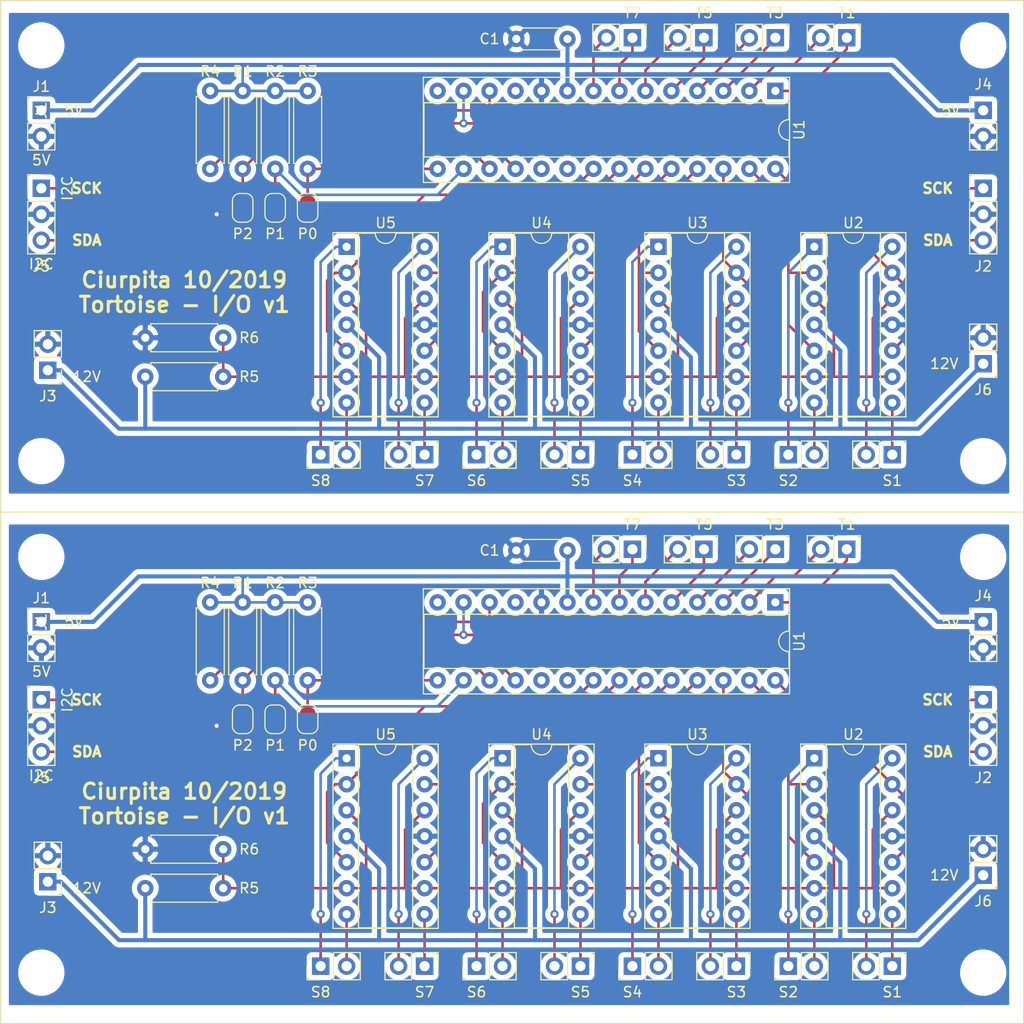
<source format=kicad_pcb>
(kicad_pcb (version 20171130) (host pcbnew "(5.1.2)-2")
  (layers (0 F.Cu signal) (31 B.Cu signal) (34 B.Paste user) (35 F.Paste user) (36 B.SilkS user) (37 F.SilkS user) (38 B.Mask user) (39 F.Mask user) (44 Edge.Cuts user))
  (net 0 "")
  (net 1 GND)
  (net 2 +12V)
  (net 3 "Net-(R4-Pad2)")
  (net 4 "Net-(R5-Pad2)")
  (net 5 "Net-(U1-Pad19)")
  (net 6 "Net-(U1-Pad20)")
  (net 7 "Net-(U1-Pad21)")
  (net 8 "Net-(U1-Pad22)")
  (net 9 "Net-(U1-Pad23)")
  (net 10 "Net-(U1-Pad24)")
  (net 11 "Net-(U1-Pad11)")
  (net 12 "Net-(U1-Pad25)")
  (net 13 "Net-(U1-Pad26)")
  (net 14 "Net-(U1-Pad27)")
  (net 15 "Net-(U1-Pad14)")
  (net 16 "Net-(U1-Pad28)")
  (net 17 "Net-(P2-Pad2)")
  (net 18 "Net-(P0-Pad2)")
  (net 19 SDA)
  (net 20 SCK)
  (net 21 +5V)
  (net 22 "Net-(P1-Pad2)")
  (net 23 "Net-(S1-Pad2)")
  (net 24 "Net-(S1-Pad1)")
  (net 25 "Net-(S2-Pad1)")
  (net 26 "Net-(S2-Pad2)")
  (net 27 "Net-(S3-Pad1)")
  (net 28 "Net-(S3-Pad2)")
  (net 29 "Net-(S4-Pad1)")
  (net 30 "Net-(S4-Pad2)")
  (net 31 "Net-(S5-Pad2)")
  (net 32 "Net-(S5-Pad1)")
  (net 33 "Net-(S6-Pad1)")
  (net 34 "Net-(S6-Pad2)")
  (net 35 "Net-(S7-Pad2)")
  (net 36 "Net-(S7-Pad1)")
  (net 37 "Net-(S8-Pad1)")
  (net 38 "Net-(S8-Pad2)")
  (net 39 "Net-(T1-Pad1)")
  (net 40 "Net-(T1-Pad2)")
  (net 41 "Net-(T3-Pad2)")
  (net 42 "Net-(T3-Pad1)")
  (net 43 "Net-(T5-Pad1)")
  (net 44 "Net-(T5-Pad2)")
  (net 45 "Net-(T7-Pad2)")
  (net 46 "Net-(T7-Pad1)")
  (module Connector_PinHeader_2.54mm:PinHeader_1x03_P2.54mm_Vertical (layer F.Cu) (at 196.055 128.35)
    (fp_text reference J2 (at 0 7.62) (layer F.SilkS))
    (fp_text value I2C)
    (pad 1 thru_hole rect (at 0 0) (size 1.7 1.7) (drill 1) (layers *.Cu *.Mask))
    (pad 2 thru_hole oval (at 0 2.54) (size 1.7 1.7) (drill 1) (layers *.Cu *.Mask))
    (pad 3 thru_hole oval (at 0 5.08) (size 1.7 1.7) (drill 1) (layers *.Cu *.Mask))
  )
  (module Capacitor_THT:C_Disc_D4.3mm_W1.9mm_P5.00mm (layer F.Cu) (at 155.415 113.745 180)
    (fp_text reference C1 (at 7.62 0) (layer F.SilkS))
    (fp_text value 0.01uF)
    (pad 2 thru_hole circle (at 5 0 180) (size 1.6 1.6) (drill 0.8) (layers *.Cu *.Mask))
    (pad 1 thru_hole circle (at 0 0 180) (size 1.6 1.6) (drill 0.8) (layers *.Cu *.Mask))
  )
  (module Connector_PinHeader_2.54mm:PinHeader_1x02_P2.54mm_Vertical (layer F.Cu) (at 187.165 154.385 270)
    (fp_text reference S1 (at 2.54 0 180) (layer F.SilkS))
    (fp_text value SM1)
    (pad 1 thru_hole rect (at 0 0 270) (size 1.7 1.7) (drill 1) (layers *.Cu *.Mask))
    (pad 2 thru_hole oval (at 0 2.54 270) (size 1.7 1.7) (drill 1) (layers *.Cu *.Mask))
  )
  (module Connector_PinHeader_2.54mm:PinHeader_1x02_P2.54mm_Vertical (layer F.Cu) (at 196.055 145.495 180)
    (fp_text reference J6 (at 0 -2.54) (layer F.SilkS))
    (fp_text value 12V hide)
    (pad 1 thru_hole rect (at 0 0 180) (size 1.7 1.7) (drill 1) (layers *.Cu *.Mask))
    (pad 2 thru_hole oval (at 0 2.54 180) (size 1.7 1.7) (drill 1) (layers *.Cu *.Mask))
  )
  (module Connector_PinHeader_2.54mm:PinHeader_1x03_P2.54mm_Vertical (layer F.Cu) (at 103.98 128.35)
    (fp_text reference J5 (at 0 7.62) (layer F.SilkS))
    (fp_text value I2C (at 0 7.41) (layer F.SilkS))
    (fp_text user %V (at 2.54 0 90) (layer F.SilkS))
    (pad 1 thru_hole rect (at 0 0) (size 1.7 1.7) (drill 1) (layers *.Cu *.Mask))
    (pad 2 thru_hole oval (at 0 2.54) (size 1.7 1.7) (drill 1) (layers *.Cu *.Mask))
    (pad 3 thru_hole oval (at 0 5.08) (size 1.7 1.7) (drill 1) (layers *.Cu *.Mask))
  )
  (module Connector_PinHeader_2.54mm:PinHeader_1x02_P2.54mm_Vertical (layer F.Cu) (at 196.055 120.73)
    (fp_text reference J4 (at 0 -2.54) (layer F.SilkS))
    (fp_text value 5V)
    (pad 1 thru_hole rect (at 0 0) (size 1.7 1.7) (drill 1) (layers *.Cu *.Mask))
    (pad 2 thru_hole oval (at 0 2.54) (size 1.7 1.7) (drill 1) (layers *.Cu *.Mask))
  )
  (module Jumper:SolderJumper-2_P1.3mm_Bridged_RoundedPad1.0x1.5mm (layer F.Cu) (at 130.015 130.255 90)
    (fp_text reference P0 (at -2.54 0 180) (layer F.SilkS))
    (fp_text value br)
    (fp_poly (pts (xy 0.25 -0.3) (xy -0.25 -0.3) (xy -0.25 0.3) (xy 0.25 0.3)) (layer F.Cu) (width 0))
    (pad 2 smd custom (at 0.65 0 90) (size 1 0.5) (layers F.Cu F.Mask) (options (clearance outline) (anchor rect)) (primitives (gr_circle (center 0 0.25) (end 0.5 0.25) (width 0)) (gr_circle (center 0 -0.25) (end 0.5 -0.25) (width 0)) (gr_poly (pts (xy 0 -0.75) (xy -0.5 -0.75) (xy -0.5 0.75) (xy 0 0.75)) (width 0))))
    (pad 1 smd custom (at -0.65 0 90) (size 1 0.5) (layers F.Cu F.Mask) (options (clearance outline) (anchor rect)) (primitives (gr_circle (center 0 0.25) (end 0.5 0.25) (width 0)) (gr_circle (center 0 -0.25) (end 0.5 -0.25) (width 0)) (gr_poly (pts (xy 0 -0.75) (xy 0.5 -0.75) (xy 0.5 0.75) (xy 0 0.75)) (width 0))))
  )
  (module MountingHole:MountingHole_3.5mm (layer F.Cu) (at 196.055 114.38)
    (fp_text reference H1 hide)
    (fp_text value MountingHole)
    (pad 1 np_thru_hole circle (at 0 0) (size 3.5 3.5) (drill 3.5) (layers *.Cu *.Mask))
  )
  (module Resistor_THT:R_Axial_DIN0207_L6.3mm_D2.5mm_P7.62mm_Horizontal (layer F.Cu) (at 123.665 126.445 90)
    (fp_text reference R1 (at 9.525 0 180) (layer F.SilkS))
    (fp_text value 10K)
    (pad 2 thru_hole oval (at 7.62 0 90) (size 1.6 1.6) (drill 0.8) (layers *.Cu *.Mask))
    (pad 1 thru_hole circle (at 0 0 90) (size 1.6 1.6) (drill 0.8) (layers *.Cu *.Mask))
  )
  (module MountingHole:MountingHole_3.5mm (layer F.Cu) (at 103.98 155.02)
    (fp_text reference H4 hide)
    (fp_text value MountingHole)
    (pad 1 np_thru_hole circle (at 0 0) (size 3.5 3.5) (drill 3.5) (layers *.Cu *.Mask))
  )
  (module Jumper:SolderJumper-2_P1.3mm_Bridged_RoundedPad1.0x1.5mm (layer F.Cu) (at 126.84 130.255 90)
    (fp_text reference P1 (at -2.54 0 180) (layer F.SilkS))
    (fp_text value br)
    (fp_poly (pts (xy 0.25 -0.3) (xy -0.25 -0.3) (xy -0.25 0.3) (xy 0.25 0.3)) (layer F.Cu) (width 0))
    (pad 2 smd custom (at 0.65 0 90) (size 1 0.5) (layers F.Cu F.Mask) (options (clearance outline) (anchor rect)) (primitives (gr_circle (center 0 0.25) (end 0.5 0.25) (width 0)) (gr_circle (center 0 -0.25) (end 0.5 -0.25) (width 0)) (gr_poly (pts (xy 0 -0.75) (xy -0.5 -0.75) (xy -0.5 0.75) (xy 0 0.75)) (width 0))))
    (pad 1 smd custom (at -0.65 0 90) (size 1 0.5) (layers F.Cu F.Mask) (options (clearance outline) (anchor rect)) (primitives (gr_circle (center 0 0.25) (end 0.5 0.25) (width 0)) (gr_circle (center 0 -0.25) (end 0.5 -0.25) (width 0)) (gr_poly (pts (xy 0 -0.75) (xy 0.5 -0.75) (xy 0.5 0.75) (xy 0 0.75)) (width 0))))
  )
  (module MountingHole:MountingHole_3.5mm (layer F.Cu) (at 196.055 155.02)
    (fp_text reference H3 hide)
    (fp_text value MountingHole)
    (pad 1 np_thru_hole circle (at 0 0) (size 3.5 3.5) (drill 3.5) (layers *.Cu *.Mask))
  )
  (module MountingHole:MountingHole_3.5mm (layer F.Cu) (at 103.98 114.38)
    (fp_text reference H2 hide)
    (fp_text value MountingHole)
    (pad 1 np_thru_hole circle (at 0 0) (size 3.5 3.5) (drill 3.5) (layers *.Cu *.Mask))
  )
  (module Jumper:SolderJumper-2_P1.3mm_Bridged_RoundedPad1.0x1.5mm (layer F.Cu) (at 123.665 130.255 90)
    (fp_text reference P2 (at -2.54 0 180) (layer F.SilkS))
    (fp_text value br)
    (fp_poly (pts (xy 0.25 -0.3) (xy -0.25 -0.3) (xy -0.25 0.3) (xy 0.25 0.3)) (layer F.Cu) (width 0))
    (pad 2 smd custom (at 0.65 0 90) (size 1 0.5) (layers F.Cu F.Mask) (options (clearance outline) (anchor rect)) (primitives (gr_circle (center 0 0.25) (end 0.5 0.25) (width 0)) (gr_circle (center 0 -0.25) (end 0.5 -0.25) (width 0)) (gr_poly (pts (xy 0 -0.75) (xy -0.5 -0.75) (xy -0.5 0.75) (xy 0 0.75)) (width 0))))
    (pad 1 smd custom (at -0.65 0 90) (size 1 0.5) (layers F.Cu F.Mask) (options (clearance outline) (anchor rect)) (primitives (gr_circle (center 0 0.25) (end 0.5 0.25) (width 0)) (gr_circle (center 0 -0.25) (end 0.5 -0.25) (width 0)) (gr_poly (pts (xy 0 -0.75) (xy 0.5 -0.75) (xy 0.5 0.75) (xy 0 0.75)) (width 0))))
  )
  (module Connector_PinHeader_2.54mm:PinHeader_1x02_P2.54mm_Vertical (layer F.Cu) (at 171.925 154.385 270)
    (fp_text reference S3 (at 2.54 0 180) (layer F.SilkS))
    (fp_text value SM3)
    (pad 2 thru_hole oval (at 0 2.54 270) (size 1.7 1.7) (drill 1) (layers *.Cu *.Mask))
    (pad 1 thru_hole rect (at 0 0 270) (size 1.7 1.7) (drill 1) (layers *.Cu *.Mask))
  )
  (module Connector_PinHeader_2.54mm:PinHeader_1x02_P2.54mm_Vertical (layer F.Cu) (at 161.765 113.635 270)
    (fp_text reference T7 (at -2.43 0 180) (layer F.SilkS))
    (fp_text value I/O)
    (pad 1 thru_hole rect (at 0 0 270) (size 1.7 1.7) (drill 1) (layers *.Cu *.Mask))
    (pad 2 thru_hole oval (at 0 2.54 270) (size 1.7 1.7) (drill 1) (layers *.Cu *.Mask))
  )
  (module Connector_PinHeader_2.54mm:PinHeader_1x02_P2.54mm_Vertical (layer F.Cu) (at 175.735 113.635 270)
    (fp_text reference T3 (at -2.43 0 180) (layer F.SilkS))
    (fp_text value I/O)
    (pad 1 thru_hole rect (at 0 0 270) (size 1.7 1.7) (drill 1) (layers *.Cu *.Mask))
    (pad 2 thru_hole oval (at 0 2.54 270) (size 1.7 1.7) (drill 1) (layers *.Cu *.Mask))
  )
  (module Package_DIP:DIP-14_W7.62mm_Socket (layer F.Cu) (at 179.545 134.065)
    (fp_text reference U2 (at 3.81 -2.33) (layer F.SilkS))
    (fp_text value LM324A)
    (pad 1 thru_hole rect (at 0 0) (size 1.6 1.6) (drill 0.8) (layers *.Cu *.Mask))
    (pad 8 thru_hole oval (at 7.62 15.24) (size 1.6 1.6) (drill 0.8) (layers *.Cu *.Mask))
    (pad 2 thru_hole oval (at 0 2.54) (size 1.6 1.6) (drill 0.8) (layers *.Cu *.Mask))
    (pad 9 thru_hole oval (at 7.62 12.7) (size 1.6 1.6) (drill 0.8) (layers *.Cu *.Mask))
    (pad 3 thru_hole oval (at 0 5.08) (size 1.6 1.6) (drill 0.8) (layers *.Cu *.Mask))
    (pad 10 thru_hole oval (at 7.62 10.16) (size 1.6 1.6) (drill 0.8) (layers *.Cu *.Mask))
    (pad 4 thru_hole oval (at 0 7.62) (size 1.6 1.6) (drill 0.8) (layers *.Cu *.Mask))
    (pad 11 thru_hole oval (at 7.62 7.62) (size 1.6 1.6) (drill 0.8) (layers *.Cu *.Mask))
    (pad 5 thru_hole oval (at 0 10.16) (size 1.6 1.6) (drill 0.8) (layers *.Cu *.Mask))
    (pad 12 thru_hole oval (at 7.62 5.08) (size 1.6 1.6) (drill 0.8) (layers *.Cu *.Mask))
    (pad 6 thru_hole oval (at 0 12.7) (size 1.6 1.6) (drill 0.8) (layers *.Cu *.Mask))
    (pad 13 thru_hole oval (at 7.62 2.54) (size 1.6 1.6) (drill 0.8) (layers *.Cu *.Mask))
    (pad 7 thru_hole oval (at 0 15.24) (size 1.6 1.6) (drill 0.8) (layers *.Cu *.Mask))
    (pad 14 thru_hole oval (at 7.62 0) (size 1.6 1.6) (drill 0.8) (layers *.Cu *.Mask))
  )
  (module Package_DIP:DIP-28_W7.62mm_Socket (layer F.Cu) (at 175.735 118.825 270)
    (fp_text reference U1 (at 3.81 -2.33 90) (layer F.SilkS))
    (fp_text value MCP23017_SP)
    (pad 28 thru_hole oval (at 7.62 0 270) (size 1.6 1.6) (drill 0.8) (layers *.Cu *.Mask))
    (pad 14 thru_hole oval (at 0 33.02 270) (size 1.6 1.6) (drill 0.8) (layers *.Cu *.Mask))
    (pad 27 thru_hole oval (at 7.62 2.54 270) (size 1.6 1.6) (drill 0.8) (layers *.Cu *.Mask))
    (pad 13 thru_hole oval (at 0 30.48 270) (size 1.6 1.6) (drill 0.8) (layers *.Cu *.Mask))
    (pad 26 thru_hole oval (at 7.62 5.08 270) (size 1.6 1.6) (drill 0.8) (layers *.Cu *.Mask))
    (pad 12 thru_hole oval (at 0 27.94 270) (size 1.6 1.6) (drill 0.8) (layers *.Cu *.Mask))
    (pad 25 thru_hole oval (at 7.62 7.62 270) (size 1.6 1.6) (drill 0.8) (layers *.Cu *.Mask))
    (pad 11 thru_hole oval (at 0 25.4 270) (size 1.6 1.6) (drill 0.8) (layers *.Cu *.Mask))
    (pad 24 thru_hole oval (at 7.62 10.16 270) (size 1.6 1.6) (drill 0.8) (layers *.Cu *.Mask))
    (pad 10 thru_hole oval (at 0 22.86 270) (size 1.6 1.6) (drill 0.8) (layers *.Cu *.Mask))
    (pad 23 thru_hole oval (at 7.62 12.7 270) (size 1.6 1.6) (drill 0.8) (layers *.Cu *.Mask))
    (pad 9 thru_hole oval (at 0 20.32 270) (size 1.6 1.6) (drill 0.8) (layers *.Cu *.Mask))
    (pad 22 thru_hole oval (at 7.62 15.24 270) (size 1.6 1.6) (drill 0.8) (layers *.Cu *.Mask))
    (pad 8 thru_hole oval (at 0 17.78 270) (size 1.6 1.6) (drill 0.8) (layers *.Cu *.Mask))
    (pad 21 thru_hole oval (at 7.62 17.78 270) (size 1.6 1.6) (drill 0.8) (layers *.Cu *.Mask))
    (pad 7 thru_hole oval (at 0 15.24 270) (size 1.6 1.6) (drill 0.8) (layers *.Cu *.Mask))
    (pad 20 thru_hole oval (at 7.62 20.32 270) (size 1.6 1.6) (drill 0.8) (layers *.Cu *.Mask))
    (pad 6 thru_hole oval (at 0 12.7 270) (size 1.6 1.6) (drill 0.8) (layers *.Cu *.Mask))
    (pad 19 thru_hole oval (at 7.62 22.86 270) (size 1.6 1.6) (drill 0.8) (layers *.Cu *.Mask))
    (pad 5 thru_hole oval (at 0 10.16 270) (size 1.6 1.6) (drill 0.8) (layers *.Cu *.Mask))
    (pad 18 thru_hole oval (at 7.62 25.4 270) (size 1.6 1.6) (drill 0.8) (layers *.Cu *.Mask))
    (pad 4 thru_hole oval (at 0 7.62 270) (size 1.6 1.6) (drill 0.8) (layers *.Cu *.Mask))
    (pad 17 thru_hole oval (at 7.62 27.94 270) (size 1.6 1.6) (drill 0.8) (layers *.Cu *.Mask))
    (pad 3 thru_hole oval (at 0 5.08 270) (size 1.6 1.6) (drill 0.8) (layers *.Cu *.Mask))
    (pad 16 thru_hole oval (at 7.62 30.48 270) (size 1.6 1.6) (drill 0.8) (layers *.Cu *.Mask))
    (pad 2 thru_hole oval (at 0 2.54 270) (size 1.6 1.6) (drill 0.8) (layers *.Cu *.Mask))
    (pad 15 thru_hole oval (at 7.62 33.02 270) (size 1.6 1.6) (drill 0.8) (layers *.Cu *.Mask))
    (pad 1 thru_hole rect (at 0 0 270) (size 1.6 1.6) (drill 0.8) (layers *.Cu *.Mask))
  )
  (module Connector_PinHeader_2.54mm:PinHeader_1x02_P2.54mm_Vertical (layer F.Cu) (at 168.75 113.635 270)
    (fp_text reference T5 (at -2.43 0) (layer F.SilkS))
    (fp_text value I/O)
    (pad 2 thru_hole oval (at 0 2.54 270) (size 1.7 1.7) (drill 1) (layers *.Cu *.Mask))
    (pad 1 thru_hole rect (at 0 0 270) (size 1.7 1.7) (drill 1) (layers *.Cu *.Mask))
  )
  (module Connector_PinHeader_2.54mm:PinHeader_1x02_P2.54mm_Vertical (layer F.Cu) (at 182.72 113.635 270)
    (fp_text reference T1 (at -2.43 0 180) (layer F.SilkS))
    (fp_text value I/O)
    (pad 2 thru_hole oval (at 0 2.54 270) (size 1.7 1.7) (drill 1) (layers *.Cu *.Mask))
    (pad 1 thru_hole rect (at 0 0 270) (size 1.7 1.7) (drill 1) (layers *.Cu *.Mask))
  )
  (module Package_DIP:DIP-14_W7.62mm_Socket (layer F.Cu) (at 133.825 134.065)
    (fp_text reference U5 (at 3.81 -2.33) (layer F.SilkS))
    (fp_text value LM324A)
    (pad 14 thru_hole oval (at 7.62 0) (size 1.6 1.6) (drill 0.8) (layers *.Cu *.Mask))
    (pad 7 thru_hole oval (at 0 15.24) (size 1.6 1.6) (drill 0.8) (layers *.Cu *.Mask))
    (pad 13 thru_hole oval (at 7.62 2.54) (size 1.6 1.6) (drill 0.8) (layers *.Cu *.Mask))
    (pad 6 thru_hole oval (at 0 12.7) (size 1.6 1.6) (drill 0.8) (layers *.Cu *.Mask))
    (pad 12 thru_hole oval (at 7.62 5.08) (size 1.6 1.6) (drill 0.8) (layers *.Cu *.Mask))
    (pad 5 thru_hole oval (at 0 10.16) (size 1.6 1.6) (drill 0.8) (layers *.Cu *.Mask))
    (pad 11 thru_hole oval (at 7.62 7.62) (size 1.6 1.6) (drill 0.8) (layers *.Cu *.Mask))
    (pad 4 thru_hole oval (at 0 7.62) (size 1.6 1.6) (drill 0.8) (layers *.Cu *.Mask))
    (pad 10 thru_hole oval (at 7.62 10.16) (size 1.6 1.6) (drill 0.8) (layers *.Cu *.Mask))
    (pad 3 thru_hole oval (at 0 5.08) (size 1.6 1.6) (drill 0.8) (layers *.Cu *.Mask))
    (pad 9 thru_hole oval (at 7.62 12.7) (size 1.6 1.6) (drill 0.8) (layers *.Cu *.Mask))
    (pad 2 thru_hole oval (at 0 2.54) (size 1.6 1.6) (drill 0.8) (layers *.Cu *.Mask))
    (pad 8 thru_hole oval (at 7.62 15.24) (size 1.6 1.6) (drill 0.8) (layers *.Cu *.Mask))
    (pad 1 thru_hole rect (at 0 0) (size 1.6 1.6) (drill 0.8) (layers *.Cu *.Mask))
  )
  (module Resistor_THT:R_Axial_DIN0207_L6.3mm_D2.5mm_P7.62mm_Horizontal (layer F.Cu) (at 121.76 142.955 180)
    (fp_text reference R6 (at -2.54 0) (layer F.SilkS))
    (fp_text value 1K)
    (pad 1 thru_hole circle (at 0 0 180) (size 1.6 1.6) (drill 0.8) (layers *.Cu *.Mask))
    (pad 2 thru_hole oval (at 7.62 0 180) (size 1.6 1.6) (drill 0.8) (layers *.Cu *.Mask))
  )
  (module Resistor_THT:R_Axial_DIN0207_L6.3mm_D2.5mm_P7.62mm_Horizontal (layer F.Cu) (at 120.49 118.825 270)
    (fp_text reference R4 (at -1.905 0 180) (layer F.SilkS))
    (fp_text value 10K)
    (pad 1 thru_hole circle (at 0 0 270) (size 1.6 1.6) (drill 0.8) (layers *.Cu *.Mask))
    (pad 2 thru_hole oval (at 7.62 0 270) (size 1.6 1.6) (drill 0.8) (layers *.Cu *.Mask))
  )
  (module Package_DIP:DIP-14_W7.62mm_Socket (layer F.Cu) (at 149.065 134.065)
    (fp_text reference U4 (at 3.81 -2.33) (layer F.SilkS))
    (fp_text value LM324A)
    (pad 14 thru_hole oval (at 7.62 0) (size 1.6 1.6) (drill 0.8) (layers *.Cu *.Mask))
    (pad 7 thru_hole oval (at 0 15.24) (size 1.6 1.6) (drill 0.8) (layers *.Cu *.Mask))
    (pad 13 thru_hole oval (at 7.62 2.54) (size 1.6 1.6) (drill 0.8) (layers *.Cu *.Mask))
    (pad 6 thru_hole oval (at 0 12.7) (size 1.6 1.6) (drill 0.8) (layers *.Cu *.Mask))
    (pad 12 thru_hole oval (at 7.62 5.08) (size 1.6 1.6) (drill 0.8) (layers *.Cu *.Mask))
    (pad 5 thru_hole oval (at 0 10.16) (size 1.6 1.6) (drill 0.8) (layers *.Cu *.Mask))
    (pad 11 thru_hole oval (at 7.62 7.62) (size 1.6 1.6) (drill 0.8) (layers *.Cu *.Mask))
    (pad 4 thru_hole oval (at 0 7.62) (size 1.6 1.6) (drill 0.8) (layers *.Cu *.Mask))
    (pad 10 thru_hole oval (at 7.62 10.16) (size 1.6 1.6) (drill 0.8) (layers *.Cu *.Mask))
    (pad 3 thru_hole oval (at 0 5.08) (size 1.6 1.6) (drill 0.8) (layers *.Cu *.Mask))
    (pad 9 thru_hole oval (at 7.62 12.7) (size 1.6 1.6) (drill 0.8) (layers *.Cu *.Mask))
    (pad 2 thru_hole oval (at 0 2.54) (size 1.6 1.6) (drill 0.8) (layers *.Cu *.Mask))
    (pad 8 thru_hole oval (at 7.62 15.24) (size 1.6 1.6) (drill 0.8) (layers *.Cu *.Mask))
    (pad 1 thru_hole rect (at 0 0) (size 1.6 1.6) (drill 0.8) (layers *.Cu *.Mask))
  )
  (module Package_DIP:DIP-14_W7.62mm_Socket (layer F.Cu) (at 164.305 134.065)
    (fp_text reference U3 (at 3.81 -2.33) (layer F.SilkS))
    (fp_text value LM324A)
    (pad 1 thru_hole rect (at 0 0) (size 1.6 1.6) (drill 0.8) (layers *.Cu *.Mask))
    (pad 8 thru_hole oval (at 7.62 15.24) (size 1.6 1.6) (drill 0.8) (layers *.Cu *.Mask))
    (pad 2 thru_hole oval (at 0 2.54) (size 1.6 1.6) (drill 0.8) (layers *.Cu *.Mask))
    (pad 9 thru_hole oval (at 7.62 12.7) (size 1.6 1.6) (drill 0.8) (layers *.Cu *.Mask))
    (pad 3 thru_hole oval (at 0 5.08) (size 1.6 1.6) (drill 0.8) (layers *.Cu *.Mask))
    (pad 10 thru_hole oval (at 7.62 10.16) (size 1.6 1.6) (drill 0.8) (layers *.Cu *.Mask))
    (pad 4 thru_hole oval (at 0 7.62) (size 1.6 1.6) (drill 0.8) (layers *.Cu *.Mask))
    (pad 11 thru_hole oval (at 7.62 7.62) (size 1.6 1.6) (drill 0.8) (layers *.Cu *.Mask))
    (pad 5 thru_hole oval (at 0 10.16) (size 1.6 1.6) (drill 0.8) (layers *.Cu *.Mask))
    (pad 12 thru_hole oval (at 7.62 5.08) (size 1.6 1.6) (drill 0.8) (layers *.Cu *.Mask))
    (pad 6 thru_hole oval (at 0 12.7) (size 1.6 1.6) (drill 0.8) (layers *.Cu *.Mask))
    (pad 13 thru_hole oval (at 7.62 2.54) (size 1.6 1.6) (drill 0.8) (layers *.Cu *.Mask))
    (pad 7 thru_hole oval (at 0 15.24) (size 1.6 1.6) (drill 0.8) (layers *.Cu *.Mask))
    (pad 14 thru_hole oval (at 7.62 0) (size 1.6 1.6) (drill 0.8) (layers *.Cu *.Mask))
  )
  (module Resistor_THT:R_Axial_DIN0207_L6.3mm_D2.5mm_P7.62mm_Horizontal (layer F.Cu) (at 114.14 146.765)
    (fp_text reference R5 (at 10.16 0) (layer F.SilkS))
    (fp_text value 4.7K)
    (pad 2 thru_hole oval (at 7.62 0) (size 1.6 1.6) (drill 0.8) (layers *.Cu *.Mask))
    (pad 1 thru_hole circle (at 0 0) (size 1.6 1.6) (drill 0.8) (layers *.Cu *.Mask))
  )
  (module Resistor_THT:R_Axial_DIN0207_L6.3mm_D2.5mm_P7.62mm_Horizontal (layer F.Cu) (at 126.84 118.825 270)
    (fp_text reference R2 (at -1.905 0 180) (layer F.SilkS))
    (fp_text value 10K)
    (pad 1 thru_hole circle (at 0 0 270) (size 1.6 1.6) (drill 0.8) (layers *.Cu *.Mask))
    (pad 2 thru_hole oval (at 7.62 0 270) (size 1.6 1.6) (drill 0.8) (layers *.Cu *.Mask))
  )
  (module Connector_PinHeader_2.54mm:PinHeader_1x02_P2.54mm_Vertical (layer F.Cu) (at 156.685 154.385 270)
    (fp_text reference S5 (at 2.54 0 180) (layer F.SilkS))
    (fp_text value SM5)
    (pad 1 thru_hole rect (at 0 0 270) (size 1.7 1.7) (drill 1) (layers *.Cu *.Mask))
    (pad 2 thru_hole oval (at 0 2.54 270) (size 1.7 1.7) (drill 1) (layers *.Cu *.Mask))
  )
  (module Connector_PinHeader_2.54mm:PinHeader_1x02_P2.54mm_Vertical (layer F.Cu) (at 177.005 154.385 90)
    (fp_text reference S2 (at -2.54 0 180) (layer F.SilkS))
    (fp_text value SM2)
    (pad 2 thru_hole oval (at 0 2.54 90) (size 1.7 1.7) (drill 1) (layers *.Cu *.Mask))
    (pad 1 thru_hole rect (at 0 0 90) (size 1.7 1.7) (drill 1) (layers *.Cu *.Mask))
  )
  (module Resistor_THT:R_Axial_DIN0207_L6.3mm_D2.5mm_P7.62mm_Horizontal (layer F.Cu) (at 130.015 118.825 270)
    (fp_text reference R3 (at -1.905 0 180) (layer F.SilkS))
    (fp_text value 10k)
    (pad 2 thru_hole oval (at 7.62 0 270) (size 1.6 1.6) (drill 0.8) (layers *.Cu *.Mask))
    (pad 1 thru_hole circle (at 0 0 270) (size 1.6 1.6) (drill 0.8) (layers *.Cu *.Mask))
  )
  (module Connector_PinHeader_2.54mm:PinHeader_1x02_P2.54mm_Vertical (layer F.Cu) (at 161.765 154.385 90)
    (fp_text reference S4 (at -2.54 0 180) (layer F.SilkS))
    (fp_text value SM4)
    (pad 2 thru_hole oval (at 0 2.54 90) (size 1.7 1.7) (drill 1) (layers *.Cu *.Mask))
    (pad 1 thru_hole rect (at 0 0 90) (size 1.7 1.7) (drill 1) (layers *.Cu *.Mask))
  )
  (module Connector_PinHeader_2.54mm:PinHeader_1x02_P2.54mm_Vertical (layer F.Cu) (at 131.285 154.385 90)
    (fp_text reference S8 (at -2.54 0 180) (layer F.SilkS))
    (fp_text value SM8)
    (pad 2 thru_hole oval (at 0 2.54 90) (size 1.7 1.7) (drill 1) (layers *.Cu *.Mask))
    (pad 1 thru_hole rect (at 0 0 90) (size 1.7 1.7) (drill 1) (layers *.Cu *.Mask))
  )
  (module Connector_PinHeader_2.54mm:PinHeader_1x02_P2.54mm_Vertical (layer F.Cu) (at 141.445 154.385 270)
    (fp_text reference S7 (at 2.54 0 180) (layer F.SilkS))
    (fp_text value SM7)
    (pad 1 thru_hole rect (at 0 0 270) (size 1.7 1.7) (drill 1) (layers *.Cu *.Mask))
    (pad 2 thru_hole oval (at 0 2.54 270) (size 1.7 1.7) (drill 1) (layers *.Cu *.Mask))
  )
  (module Connector_PinHeader_2.54mm:PinHeader_1x02_P2.54mm_Vertical (layer F.Cu) (at 103.98 120.73)
    (fp_text reference J1 (at 0 -2.33) (layer F.SilkS))
    (fp_text value 5V (at 0 4.87) (layer F.SilkS))
    (fp_text user %R (at 0 0 90) (layer F.SilkS))
    (pad 1 thru_hole rect (at 0 0) (size 1.7 1.7) (drill 1) (layers *.Cu *.Mask))
    (pad 2 thru_hole oval (at 0 2.54) (size 1.7 1.7) (drill 1) (layers *.Cu *.Mask))
  )
  (module Connector_PinHeader_2.54mm:PinHeader_1x02_P2.54mm_Vertical (layer F.Cu) (at 146.525 154.385 90)
    (fp_text reference S6 (at -2.54 0 180) (layer F.SilkS))
    (fp_text value SM6)
    (pad 2 thru_hole oval (at 0 2.54 90) (size 1.7 1.7) (drill 1) (layers *.Cu *.Mask))
    (pad 1 thru_hole rect (at 0 0 90) (size 1.7 1.7) (drill 1) (layers *.Cu *.Mask))
  )
  (module Connector_PinHeader_2.54mm:PinHeader_1x02_P2.54mm_Vertical (layer F.Cu) (at 104.615 146.13 180)
    (fp_text reference J3 (at 0 -2.54) (layer F.SilkS))
    (fp_text value 12V)
    (pad 1 thru_hole rect (at 0 0 180) (size 1.7 1.7) (drill 1) (layers *.Cu *.Mask))
    (pad 2 thru_hole oval (at 0 2.54 180) (size 1.7 1.7) (drill 1) (layers *.Cu *.Mask))
  )
  (module Connector_PinHeader_2.54mm:PinHeader_1x02_P2.54mm_Vertical (layer F.Cu) (at 196.055 95.495 180)
    (fp_text reference J6 (at 0 -2.54) (layer F.SilkS))
    (fp_text value 12V hide)
    (pad 2 thru_hole oval (at 0 2.54 180) (size 1.7 1.7) (drill 1) (layers *.Cu *.Mask) (net 1 GND))
    (pad 1 thru_hole rect (at 0 0 180) (size 1.7 1.7) (drill 1) (layers *.Cu *.Mask) (net 2 +12V))
  )
  (module Connector_PinHeader_2.54mm:PinHeader_1x02_P2.54mm_Vertical (layer F.Cu) (at 187.165 104.385 270)
    (fp_text reference S1 (at 2.54 0 180) (layer F.SilkS))
    (fp_text value SM1)
    (pad 2 thru_hole oval (at 0 2.54 270) (size 1.7 1.7) (drill 1) (layers *.Cu *.Mask) (net 23 "Net-(S1-Pad2)"))
    (pad 1 thru_hole rect (at 0 0 270) (size 1.7 1.7) (drill 1) (layers *.Cu *.Mask) (net 24 "Net-(S1-Pad1)"))
  )
  (module Connector_PinHeader_2.54mm:PinHeader_1x02_P2.54mm_Vertical (layer F.Cu) (at 196.055 70.73)
    (fp_text reference J4 (at 0 -2.54) (layer F.SilkS))
    (fp_text value 5V)
    (pad 2 thru_hole oval (at 0 2.54) (size 1.7 1.7) (drill 1) (layers *.Cu *.Mask) (net 1 GND))
    (pad 1 thru_hole rect (at 0 0) (size 1.7 1.7) (drill 1) (layers *.Cu *.Mask) (net 21 +5V))
  )
  (module Connector_PinHeader_2.54mm:PinHeader_1x03_P2.54mm_Vertical (layer F.Cu) (at 103.98 78.35)
    (fp_text reference J5 (at 0 7.62) (layer F.SilkS))
    (fp_text value I2C (at 0 7.41) (layer F.SilkS))
    (fp_text user %V (at 2.54 0 90) (layer F.SilkS))
    (pad 3 thru_hole oval (at 0 5.08) (size 1.7 1.7) (drill 1) (layers *.Cu *.Mask) (net 19 SDA))
    (pad 2 thru_hole oval (at 0 2.54) (size 1.7 1.7) (drill 1) (layers *.Cu *.Mask) (net 1 GND))
    (pad 1 thru_hole rect (at 0 0) (size 1.7 1.7) (drill 1) (layers *.Cu *.Mask) (net 20 SCK))
  )
  (module Connector_PinHeader_2.54mm:PinHeader_1x03_P2.54mm_Vertical (layer F.Cu) (at 196.055 78.35)
    (fp_text reference J2 (at 0 7.62) (layer F.SilkS))
    (fp_text value I2C)
    (pad 3 thru_hole oval (at 0 5.08) (size 1.7 1.7) (drill 1) (layers *.Cu *.Mask) (net 19 SDA))
    (pad 2 thru_hole oval (at 0 2.54) (size 1.7 1.7) (drill 1) (layers *.Cu *.Mask) (net 1 GND))
    (pad 1 thru_hole rect (at 0 0) (size 1.7 1.7) (drill 1) (layers *.Cu *.Mask) (net 20 SCK))
  )
  (module Jumper:SolderJumper-2_P1.3mm_Bridged_RoundedPad1.0x1.5mm (layer F.Cu) (at 123.665 80.255 90)
    (fp_text reference P2 (at -2.54 0 180) (layer F.SilkS))
    (fp_text value br)
    (fp_poly (pts (xy 0.25 -0.3) (xy -0.25 -0.3) (xy -0.25 0.3) (xy 0.25 0.3)) (layer F.Cu) (width 0))
    (pad 1 smd custom (at -0.65 0 90) (size 1 0.5) (layers F.Cu F.Mask) (net 1 GND) (options (clearance outline) (anchor rect)) (primitives (gr_circle (center 0 0.25) (end 0.5 0.25) (width 0)) (gr_circle (center 0 -0.25) (end 0.5 -0.25) (width 0)) (gr_poly (pts (xy 0 -0.75) (xy 0.5 -0.75) (xy 0.5 0.75) (xy 0 0.75)) (width 0))))
    (pad 2 smd custom (at 0.65 0 90) (size 1 0.5) (layers F.Cu F.Mask) (net 17 "Net-(P2-Pad2)") (options (clearance outline) (anchor rect)) (primitives (gr_circle (center 0 0.25) (end 0.5 0.25) (width 0)) (gr_circle (center 0 -0.25) (end 0.5 -0.25) (width 0)) (gr_poly (pts (xy 0 -0.75) (xy -0.5 -0.75) (xy -0.5 0.75) (xy 0 0.75)) (width 0))))
  )
  (module Jumper:SolderJumper-2_P1.3mm_Bridged_RoundedPad1.0x1.5mm (layer F.Cu) (at 126.84 80.255 90)
    (fp_text reference P1 (at -2.54 0 180) (layer F.SilkS))
    (fp_text value br)
    (fp_poly (pts (xy 0.25 -0.3) (xy -0.25 -0.3) (xy -0.25 0.3) (xy 0.25 0.3)) (layer F.Cu) (width 0))
    (pad 1 smd custom (at -0.65 0 90) (size 1 0.5) (layers F.Cu F.Mask) (net 1 GND) (options (clearance outline) (anchor rect)) (primitives (gr_circle (center 0 0.25) (end 0.5 0.25) (width 0)) (gr_circle (center 0 -0.25) (end 0.5 -0.25) (width 0)) (gr_poly (pts (xy 0 -0.75) (xy 0.5 -0.75) (xy 0.5 0.75) (xy 0 0.75)) (width 0))))
    (pad 2 smd custom (at 0.65 0 90) (size 1 0.5) (layers F.Cu F.Mask) (net 22 "Net-(P1-Pad2)") (options (clearance outline) (anchor rect)) (primitives (gr_circle (center 0 0.25) (end 0.5 0.25) (width 0)) (gr_circle (center 0 -0.25) (end 0.5 -0.25) (width 0)) (gr_poly (pts (xy 0 -0.75) (xy -0.5 -0.75) (xy -0.5 0.75) (xy 0 0.75)) (width 0))))
  )
  (module Jumper:SolderJumper-2_P1.3mm_Bridged_RoundedPad1.0x1.5mm (layer F.Cu) (at 130.015 80.255 90)
    (fp_text reference P0 (at -2.54 0 180) (layer F.SilkS))
    (fp_text value br)
    (fp_poly (pts (xy 0.25 -0.3) (xy -0.25 -0.3) (xy -0.25 0.3) (xy 0.25 0.3)) (layer F.Cu) (width 0))
    (pad 1 smd custom (at -0.65 0 90) (size 1 0.5) (layers F.Cu F.Mask) (net 1 GND) (options (clearance outline) (anchor rect)) (primitives (gr_circle (center 0 0.25) (end 0.5 0.25) (width 0)) (gr_circle (center 0 -0.25) (end 0.5 -0.25) (width 0)) (gr_poly (pts (xy 0 -0.75) (xy 0.5 -0.75) (xy 0.5 0.75) (xy 0 0.75)) (width 0))))
    (pad 2 smd custom (at 0.65 0 90) (size 1 0.5) (layers F.Cu F.Mask) (net 18 "Net-(P0-Pad2)") (options (clearance outline) (anchor rect)) (primitives (gr_circle (center 0 0.25) (end 0.5 0.25) (width 0)) (gr_circle (center 0 -0.25) (end 0.5 -0.25) (width 0)) (gr_poly (pts (xy 0 -0.75) (xy -0.5 -0.75) (xy -0.5 0.75) (xy 0 0.75)) (width 0))))
  )
  (module Capacitor_THT:C_Disc_D4.3mm_W1.9mm_P5.00mm (layer F.Cu) (at 155.415 63.745 180)
    (fp_text reference C1 (at 7.62 0) (layer F.SilkS))
    (fp_text value 0.01uF)
    (pad 1 thru_hole circle (at 0 0 180) (size 1.6 1.6) (drill 0.8) (layers *.Cu *.Mask) (net 21 +5V))
    (pad 2 thru_hole circle (at 5 0 180) (size 1.6 1.6) (drill 0.8) (layers *.Cu *.Mask) (net 1 GND))
  )
  (module MountingHole:MountingHole_3.5mm (layer F.Cu) (at 196.055 64.38)
    (fp_text reference H1 hide)
    (fp_text value MountingHole)
    (pad 1 np_thru_hole circle (at 0 0) (size 3.5 3.5) (drill 3.5) (layers *.Cu *.Mask))
  )
  (module MountingHole:MountingHole_3.5mm (layer F.Cu) (at 103.98 64.38)
    (fp_text reference H2 hide)
    (fp_text value MountingHole)
    (pad 1 np_thru_hole circle (at 0 0) (size 3.5 3.5) (drill 3.5) (layers *.Cu *.Mask))
  )
  (module MountingHole:MountingHole_3.5mm (layer F.Cu) (at 196.055 105.02)
    (fp_text reference H3 hide)
    (fp_text value MountingHole)
    (pad 1 np_thru_hole circle (at 0 0) (size 3.5 3.5) (drill 3.5) (layers *.Cu *.Mask))
  )
  (module MountingHole:MountingHole_3.5mm (layer F.Cu) (at 103.98 105.02)
    (fp_text reference H4 hide)
    (fp_text value MountingHole)
    (pad 1 np_thru_hole circle (at 0 0) (size 3.5 3.5) (drill 3.5) (layers *.Cu *.Mask))
  )
  (module Resistor_THT:R_Axial_DIN0207_L6.3mm_D2.5mm_P7.62mm_Horizontal (layer F.Cu) (at 123.665 76.445 90)
    (fp_text reference R1 (at 9.525 0 180) (layer F.SilkS))
    (fp_text value 10K)
    (pad 1 thru_hole circle (at 0 0 90) (size 1.6 1.6) (drill 0.8) (layers *.Cu *.Mask) (net 17 "Net-(P2-Pad2)"))
    (pad 2 thru_hole oval (at 7.62 0 90) (size 1.6 1.6) (drill 0.8) (layers *.Cu *.Mask) (net 21 +5V))
  )
  (module Resistor_THT:R_Axial_DIN0207_L6.3mm_D2.5mm_P7.62mm_Horizontal (layer F.Cu) (at 126.84 68.825 270)
    (fp_text reference R2 (at -1.905 0 180) (layer F.SilkS))
    (fp_text value 10K)
    (pad 2 thru_hole oval (at 7.62 0 270) (size 1.6 1.6) (drill 0.8) (layers *.Cu *.Mask) (net 22 "Net-(P1-Pad2)"))
    (pad 1 thru_hole circle (at 0 0 270) (size 1.6 1.6) (drill 0.8) (layers *.Cu *.Mask) (net 21 +5V))
  )
  (module Resistor_THT:R_Axial_DIN0207_L6.3mm_D2.5mm_P7.62mm_Horizontal (layer F.Cu) (at 130.015 68.825 270)
    (fp_text reference R3 (at -1.905 0 180) (layer F.SilkS))
    (fp_text value 10k)
    (pad 1 thru_hole circle (at 0 0 270) (size 1.6 1.6) (drill 0.8) (layers *.Cu *.Mask) (net 21 +5V))
    (pad 2 thru_hole oval (at 7.62 0 270) (size 1.6 1.6) (drill 0.8) (layers *.Cu *.Mask) (net 18 "Net-(P0-Pad2)"))
  )
  (module Resistor_THT:R_Axial_DIN0207_L6.3mm_D2.5mm_P7.62mm_Horizontal (layer F.Cu) (at 120.49 68.825 270)
    (fp_text reference R4 (at -1.905 0 180) (layer F.SilkS))
    (fp_text value 10K)
    (pad 2 thru_hole oval (at 7.62 0 270) (size 1.6 1.6) (drill 0.8) (layers *.Cu *.Mask) (net 3 "Net-(R4-Pad2)"))
    (pad 1 thru_hole circle (at 0 0 270) (size 1.6 1.6) (drill 0.8) (layers *.Cu *.Mask) (net 21 +5V))
  )
  (module Resistor_THT:R_Axial_DIN0207_L6.3mm_D2.5mm_P7.62mm_Horizontal (layer F.Cu) (at 114.14 96.765)
    (fp_text reference R5 (at 10.16 0) (layer F.SilkS))
    (fp_text value 4.7K)
    (pad 1 thru_hole circle (at 0 0) (size 1.6 1.6) (drill 0.8) (layers *.Cu *.Mask) (net 2 +12V))
    (pad 2 thru_hole oval (at 7.62 0) (size 1.6 1.6) (drill 0.8) (layers *.Cu *.Mask) (net 4 "Net-(R5-Pad2)"))
  )
  (module Resistor_THT:R_Axial_DIN0207_L6.3mm_D2.5mm_P7.62mm_Horizontal (layer F.Cu) (at 121.76 92.955 180)
    (fp_text reference R6 (at -2.54 0) (layer F.SilkS))
    (fp_text value 1K)
    (pad 2 thru_hole oval (at 7.62 0 180) (size 1.6 1.6) (drill 0.8) (layers *.Cu *.Mask) (net 1 GND))
    (pad 1 thru_hole circle (at 0 0 180) (size 1.6 1.6) (drill 0.8) (layers *.Cu *.Mask) (net 4 "Net-(R5-Pad2)"))
  )
  (module Package_DIP:DIP-28_W7.62mm_Socket (layer F.Cu) (at 175.735 68.825 270)
    (fp_text reference U1 (at 3.81 -2.33 90) (layer F.SilkS))
    (fp_text value MCP23017_SP)
    (pad 1 thru_hole rect (at 0 0 270) (size 1.6 1.6) (drill 0.8) (layers *.Cu *.Mask) (net 39 "Net-(T1-Pad1)"))
    (pad 15 thru_hole oval (at 7.62 33.02 270) (size 1.6 1.6) (drill 0.8) (layers *.Cu *.Mask) (net 18 "Net-(P0-Pad2)"))
    (pad 2 thru_hole oval (at 0 2.54 270) (size 1.6 1.6) (drill 0.8) (layers *.Cu *.Mask) (net 40 "Net-(T1-Pad2)"))
    (pad 16 thru_hole oval (at 7.62 30.48 270) (size 1.6 1.6) (drill 0.8) (layers *.Cu *.Mask) (net 22 "Net-(P1-Pad2)"))
    (pad 3 thru_hole oval (at 0 5.08 270) (size 1.6 1.6) (drill 0.8) (layers *.Cu *.Mask) (net 42 "Net-(T3-Pad1)"))
    (pad 17 thru_hole oval (at 7.62 27.94 270) (size 1.6 1.6) (drill 0.8) (layers *.Cu *.Mask) (net 17 "Net-(P2-Pad2)"))
    (pad 4 thru_hole oval (at 0 7.62 270) (size 1.6 1.6) (drill 0.8) (layers *.Cu *.Mask) (net 41 "Net-(T3-Pad2)"))
    (pad 18 thru_hole oval (at 7.62 25.4 270) (size 1.6 1.6) (drill 0.8) (layers *.Cu *.Mask) (net 3 "Net-(R4-Pad2)"))
    (pad 5 thru_hole oval (at 0 10.16 270) (size 1.6 1.6) (drill 0.8) (layers *.Cu *.Mask) (net 43 "Net-(T5-Pad1)"))
    (pad 19 thru_hole oval (at 7.62 22.86 270) (size 1.6 1.6) (drill 0.8) (layers *.Cu *.Mask) (net 5 "Net-(U1-Pad19)"))
    (pad 6 thru_hole oval (at 0 12.7 270) (size 1.6 1.6) (drill 0.8) (layers *.Cu *.Mask) (net 44 "Net-(T5-Pad2)"))
    (pad 20 thru_hole oval (at 7.62 20.32 270) (size 1.6 1.6) (drill 0.8) (layers *.Cu *.Mask) (net 6 "Net-(U1-Pad20)"))
    (pad 7 thru_hole oval (at 0 15.24 270) (size 1.6 1.6) (drill 0.8) (layers *.Cu *.Mask) (net 46 "Net-(T7-Pad1)"))
    (pad 21 thru_hole oval (at 7.62 17.78 270) (size 1.6 1.6) (drill 0.8) (layers *.Cu *.Mask) (net 7 "Net-(U1-Pad21)"))
    (pad 8 thru_hole oval (at 0 17.78 270) (size 1.6 1.6) (drill 0.8) (layers *.Cu *.Mask) (net 45 "Net-(T7-Pad2)"))
    (pad 22 thru_hole oval (at 7.62 15.24 270) (size 1.6 1.6) (drill 0.8) (layers *.Cu *.Mask) (net 8 "Net-(U1-Pad22)"))
    (pad 9 thru_hole oval (at 0 20.32 270) (size 1.6 1.6) (drill 0.8) (layers *.Cu *.Mask) (net 21 +5V))
    (pad 23 thru_hole oval (at 7.62 12.7 270) (size 1.6 1.6) (drill 0.8) (layers *.Cu *.Mask) (net 9 "Net-(U1-Pad23)"))
    (pad 10 thru_hole oval (at 0 22.86 270) (size 1.6 1.6) (drill 0.8) (layers *.Cu *.Mask) (net 1 GND))
    (pad 24 thru_hole oval (at 7.62 10.16 270) (size 1.6 1.6) (drill 0.8) (layers *.Cu *.Mask) (net 10 "Net-(U1-Pad24)"))
    (pad 11 thru_hole oval (at 0 25.4 270) (size 1.6 1.6) (drill 0.8) (layers *.Cu *.Mask) (net 11 "Net-(U1-Pad11)"))
    (pad 25 thru_hole oval (at 7.62 7.62 270) (size 1.6 1.6) (drill 0.8) (layers *.Cu *.Mask) (net 12 "Net-(U1-Pad25)"))
    (pad 12 thru_hole oval (at 0 27.94 270) (size 1.6 1.6) (drill 0.8) (layers *.Cu *.Mask) (net 20 SCK))
    (pad 26 thru_hole oval (at 7.62 5.08 270) (size 1.6 1.6) (drill 0.8) (layers *.Cu *.Mask) (net 13 "Net-(U1-Pad26)"))
    (pad 13 thru_hole oval (at 0 30.48 270) (size 1.6 1.6) (drill 0.8) (layers *.Cu *.Mask) (net 19 SDA))
    (pad 27 thru_hole oval (at 7.62 2.54 270) (size 1.6 1.6) (drill 0.8) (layers *.Cu *.Mask) (net 14 "Net-(U1-Pad27)"))
    (pad 14 thru_hole oval (at 0 33.02 270) (size 1.6 1.6) (drill 0.8) (layers *.Cu *.Mask) (net 15 "Net-(U1-Pad14)"))
    (pad 28 thru_hole oval (at 7.62 0 270) (size 1.6 1.6) (drill 0.8) (layers *.Cu *.Mask) (net 16 "Net-(U1-Pad28)"))
  )
  (module Package_DIP:DIP-14_W7.62mm_Socket (layer F.Cu) (at 179.545 84.065)
    (fp_text reference U2 (at 3.81 -2.33) (layer F.SilkS))
    (fp_text value LM324A)
    (pad 14 thru_hole oval (at 7.62 0) (size 1.6 1.6) (drill 0.8) (layers *.Cu *.Mask) (net 23 "Net-(S1-Pad2)"))
    (pad 7 thru_hole oval (at 0 15.24) (size 1.6 1.6) (drill 0.8) (layers *.Cu *.Mask) (net 26 "Net-(S2-Pad2)"))
    (pad 13 thru_hole oval (at 7.62 2.54) (size 1.6 1.6) (drill 0.8) (layers *.Cu *.Mask) (net 16 "Net-(U1-Pad28)"))
    (pad 6 thru_hole oval (at 0 12.7) (size 1.6 1.6) (drill 0.8) (layers *.Cu *.Mask) (net 4 "Net-(R5-Pad2)"))
    (pad 12 thru_hole oval (at 7.62 5.08) (size 1.6 1.6) (drill 0.8) (layers *.Cu *.Mask) (net 4 "Net-(R5-Pad2)"))
    (pad 5 thru_hole oval (at 0 10.16) (size 1.6 1.6) (drill 0.8) (layers *.Cu *.Mask) (net 14 "Net-(U1-Pad27)"))
    (pad 11 thru_hole oval (at 7.62 7.62) (size 1.6 1.6) (drill 0.8) (layers *.Cu *.Mask) (net 1 GND))
    (pad 4 thru_hole oval (at 0 7.62) (size 1.6 1.6) (drill 0.8) (layers *.Cu *.Mask) (net 2 +12V))
    (pad 10 thru_hole oval (at 7.62 10.16) (size 1.6 1.6) (drill 0.8) (layers *.Cu *.Mask) (net 16 "Net-(U1-Pad28)"))
    (pad 3 thru_hole oval (at 0 5.08) (size 1.6 1.6) (drill 0.8) (layers *.Cu *.Mask) (net 4 "Net-(R5-Pad2)"))
    (pad 9 thru_hole oval (at 7.62 12.7) (size 1.6 1.6) (drill 0.8) (layers *.Cu *.Mask) (net 4 "Net-(R5-Pad2)"))
    (pad 2 thru_hole oval (at 0 2.54) (size 1.6 1.6) (drill 0.8) (layers *.Cu *.Mask) (net 14 "Net-(U1-Pad27)"))
    (pad 8 thru_hole oval (at 7.62 15.24) (size 1.6 1.6) (drill 0.8) (layers *.Cu *.Mask) (net 24 "Net-(S1-Pad1)"))
    (pad 1 thru_hole rect (at 0 0) (size 1.6 1.6) (drill 0.8) (layers *.Cu *.Mask) (net 25 "Net-(S2-Pad1)"))
  )
  (module Package_DIP:DIP-14_W7.62mm_Socket (layer F.Cu) (at 164.305 84.065)
    (fp_text reference U3 (at 3.81 -2.33) (layer F.SilkS))
    (fp_text value LM324A)
    (pad 14 thru_hole oval (at 7.62 0) (size 1.6 1.6) (drill 0.8) (layers *.Cu *.Mask) (net 28 "Net-(S3-Pad2)"))
    (pad 7 thru_hole oval (at 0 15.24) (size 1.6 1.6) (drill 0.8) (layers *.Cu *.Mask) (net 30 "Net-(S4-Pad2)"))
    (pad 13 thru_hole oval (at 7.62 2.54) (size 1.6 1.6) (drill 0.8) (layers *.Cu *.Mask) (net 13 "Net-(U1-Pad26)"))
    (pad 6 thru_hole oval (at 0 12.7) (size 1.6 1.6) (drill 0.8) (layers *.Cu *.Mask) (net 4 "Net-(R5-Pad2)"))
    (pad 12 thru_hole oval (at 7.62 5.08) (size 1.6 1.6) (drill 0.8) (layers *.Cu *.Mask) (net 4 "Net-(R5-Pad2)"))
    (pad 5 thru_hole oval (at 0 10.16) (size 1.6 1.6) (drill 0.8) (layers *.Cu *.Mask) (net 12 "Net-(U1-Pad25)"))
    (pad 11 thru_hole oval (at 7.62 7.62) (size 1.6 1.6) (drill 0.8) (layers *.Cu *.Mask) (net 1 GND))
    (pad 4 thru_hole oval (at 0 7.62) (size 1.6 1.6) (drill 0.8) (layers *.Cu *.Mask) (net 2 +12V))
    (pad 10 thru_hole oval (at 7.62 10.16) (size 1.6 1.6) (drill 0.8) (layers *.Cu *.Mask) (net 13 "Net-(U1-Pad26)"))
    (pad 3 thru_hole oval (at 0 5.08) (size 1.6 1.6) (drill 0.8) (layers *.Cu *.Mask) (net 4 "Net-(R5-Pad2)"))
    (pad 9 thru_hole oval (at 7.62 12.7) (size 1.6 1.6) (drill 0.8) (layers *.Cu *.Mask) (net 4 "Net-(R5-Pad2)"))
    (pad 2 thru_hole oval (at 0 2.54) (size 1.6 1.6) (drill 0.8) (layers *.Cu *.Mask) (net 12 "Net-(U1-Pad25)"))
    (pad 8 thru_hole oval (at 7.62 15.24) (size 1.6 1.6) (drill 0.8) (layers *.Cu *.Mask) (net 27 "Net-(S3-Pad1)"))
    (pad 1 thru_hole rect (at 0 0) (size 1.6 1.6) (drill 0.8) (layers *.Cu *.Mask) (net 29 "Net-(S4-Pad1)"))
  )
  (module Package_DIP:DIP-14_W7.62mm_Socket (layer F.Cu) (at 149.065 84.065)
    (fp_text reference U4 (at 3.81 -2.33) (layer F.SilkS))
    (fp_text value LM324A)
    (pad 1 thru_hole rect (at 0 0) (size 1.6 1.6) (drill 0.8) (layers *.Cu *.Mask) (net 33 "Net-(S6-Pad1)"))
    (pad 8 thru_hole oval (at 7.62 15.24) (size 1.6 1.6) (drill 0.8) (layers *.Cu *.Mask) (net 32 "Net-(S5-Pad1)"))
    (pad 2 thru_hole oval (at 0 2.54) (size 1.6 1.6) (drill 0.8) (layers *.Cu *.Mask) (net 9 "Net-(U1-Pad23)"))
    (pad 9 thru_hole oval (at 7.62 12.7) (size 1.6 1.6) (drill 0.8) (layers *.Cu *.Mask) (net 4 "Net-(R5-Pad2)"))
    (pad 3 thru_hole oval (at 0 5.08) (size 1.6 1.6) (drill 0.8) (layers *.Cu *.Mask) (net 4 "Net-(R5-Pad2)"))
    (pad 10 thru_hole oval (at 7.62 10.16) (size 1.6 1.6) (drill 0.8) (layers *.Cu *.Mask) (net 10 "Net-(U1-Pad24)"))
    (pad 4 thru_hole oval (at 0 7.62) (size 1.6 1.6) (drill 0.8) (layers *.Cu *.Mask) (net 2 +12V))
    (pad 11 thru_hole oval (at 7.62 7.62) (size 1.6 1.6) (drill 0.8) (layers *.Cu *.Mask) (net 1 GND))
    (pad 5 thru_hole oval (at 0 10.16) (size 1.6 1.6) (drill 0.8) (layers *.Cu *.Mask) (net 9 "Net-(U1-Pad23)"))
    (pad 12 thru_hole oval (at 7.62 5.08) (size 1.6 1.6) (drill 0.8) (layers *.Cu *.Mask) (net 4 "Net-(R5-Pad2)"))
    (pad 6 thru_hole oval (at 0 12.7) (size 1.6 1.6) (drill 0.8) (layers *.Cu *.Mask) (net 4 "Net-(R5-Pad2)"))
    (pad 13 thru_hole oval (at 7.62 2.54) (size 1.6 1.6) (drill 0.8) (layers *.Cu *.Mask) (net 10 "Net-(U1-Pad24)"))
    (pad 7 thru_hole oval (at 0 15.24) (size 1.6 1.6) (drill 0.8) (layers *.Cu *.Mask) (net 34 "Net-(S6-Pad2)"))
    (pad 14 thru_hole oval (at 7.62 0) (size 1.6 1.6) (drill 0.8) (layers *.Cu *.Mask) (net 31 "Net-(S5-Pad2)"))
  )
  (module Package_DIP:DIP-14_W7.62mm_Socket (layer F.Cu) (at 133.825 84.065)
    (fp_text reference U5 (at 3.81 -2.33) (layer F.SilkS))
    (fp_text value LM324A)
    (pad 1 thru_hole rect (at 0 0) (size 1.6 1.6) (drill 0.8) (layers *.Cu *.Mask) (net 37 "Net-(S8-Pad1)"))
    (pad 8 thru_hole oval (at 7.62 15.24) (size 1.6 1.6) (drill 0.8) (layers *.Cu *.Mask) (net 36 "Net-(S7-Pad1)"))
    (pad 2 thru_hole oval (at 0 2.54) (size 1.6 1.6) (drill 0.8) (layers *.Cu *.Mask) (net 7 "Net-(U1-Pad21)"))
    (pad 9 thru_hole oval (at 7.62 12.7) (size 1.6 1.6) (drill 0.8) (layers *.Cu *.Mask) (net 4 "Net-(R5-Pad2)"))
    (pad 3 thru_hole oval (at 0 5.08) (size 1.6 1.6) (drill 0.8) (layers *.Cu *.Mask) (net 4 "Net-(R5-Pad2)"))
    (pad 10 thru_hole oval (at 7.62 10.16) (size 1.6 1.6) (drill 0.8) (layers *.Cu *.Mask) (net 8 "Net-(U1-Pad22)"))
    (pad 4 thru_hole oval (at 0 7.62) (size 1.6 1.6) (drill 0.8) (layers *.Cu *.Mask) (net 2 +12V))
    (pad 11 thru_hole oval (at 7.62 7.62) (size 1.6 1.6) (drill 0.8) (layers *.Cu *.Mask) (net 1 GND))
    (pad 5 thru_hole oval (at 0 10.16) (size 1.6 1.6) (drill 0.8) (layers *.Cu *.Mask) (net 7 "Net-(U1-Pad21)"))
    (pad 12 thru_hole oval (at 7.62 5.08) (size 1.6 1.6) (drill 0.8) (layers *.Cu *.Mask) (net 4 "Net-(R5-Pad2)"))
    (pad 6 thru_hole oval (at 0 12.7) (size 1.6 1.6) (drill 0.8) (layers *.Cu *.Mask) (net 4 "Net-(R5-Pad2)"))
    (pad 13 thru_hole oval (at 7.62 2.54) (size 1.6 1.6) (drill 0.8) (layers *.Cu *.Mask) (net 8 "Net-(U1-Pad22)"))
    (pad 7 thru_hole oval (at 0 15.24) (size 1.6 1.6) (drill 0.8) (layers *.Cu *.Mask) (net 38 "Net-(S8-Pad2)"))
    (pad 14 thru_hole oval (at 7.62 0) (size 1.6 1.6) (drill 0.8) (layers *.Cu *.Mask) (net 35 "Net-(S7-Pad2)"))
  )
  (module Connector_PinHeader_2.54mm:PinHeader_1x02_P2.54mm_Vertical (layer F.Cu) (at 182.72 63.635 270)
    (fp_text reference T1 (at -2.43 0 180) (layer F.SilkS))
    (fp_text value I/O)
    (pad 1 thru_hole rect (at 0 0 270) (size 1.7 1.7) (drill 1) (layers *.Cu *.Mask) (net 39 "Net-(T1-Pad1)"))
    (pad 2 thru_hole oval (at 0 2.54 270) (size 1.7 1.7) (drill 1) (layers *.Cu *.Mask) (net 40 "Net-(T1-Pad2)"))
  )
  (module Connector_PinHeader_2.54mm:PinHeader_1x02_P2.54mm_Vertical (layer F.Cu) (at 175.735 63.635 270)
    (fp_text reference T3 (at -2.43 0 180) (layer F.SilkS))
    (fp_text value I/O)
    (pad 2 thru_hole oval (at 0 2.54 270) (size 1.7 1.7) (drill 1) (layers *.Cu *.Mask) (net 41 "Net-(T3-Pad2)"))
    (pad 1 thru_hole rect (at 0 0 270) (size 1.7 1.7) (drill 1) (layers *.Cu *.Mask) (net 42 "Net-(T3-Pad1)"))
  )
  (module Connector_PinHeader_2.54mm:PinHeader_1x02_P2.54mm_Vertical (layer F.Cu) (at 168.75 63.635 270)
    (fp_text reference T5 (at -2.43 0) (layer F.SilkS))
    (fp_text value I/O)
    (pad 1 thru_hole rect (at 0 0 270) (size 1.7 1.7) (drill 1) (layers *.Cu *.Mask) (net 43 "Net-(T5-Pad1)"))
    (pad 2 thru_hole oval (at 0 2.54 270) (size 1.7 1.7) (drill 1) (layers *.Cu *.Mask) (net 44 "Net-(T5-Pad2)"))
  )
  (module Connector_PinHeader_2.54mm:PinHeader_1x02_P2.54mm_Vertical (layer F.Cu) (at 161.765 63.635 270)
    (fp_text reference T7 (at -2.43 0 180) (layer F.SilkS))
    (fp_text value I/O)
    (pad 2 thru_hole oval (at 0 2.54 270) (size 1.7 1.7) (drill 1) (layers *.Cu *.Mask) (net 45 "Net-(T7-Pad2)"))
    (pad 1 thru_hole rect (at 0 0 270) (size 1.7 1.7) (drill 1) (layers *.Cu *.Mask) (net 46 "Net-(T7-Pad1)"))
  )
  (module Connector_PinHeader_2.54mm:PinHeader_1x02_P2.54mm_Vertical (layer F.Cu) (at 177.005 104.385 90)
    (fp_text reference S2 (at -2.54 0 180) (layer F.SilkS))
    (fp_text value SM2)
    (pad 1 thru_hole rect (at 0 0 90) (size 1.7 1.7) (drill 1) (layers *.Cu *.Mask) (net 25 "Net-(S2-Pad1)"))
    (pad 2 thru_hole oval (at 0 2.54 90) (size 1.7 1.7) (drill 1) (layers *.Cu *.Mask) (net 26 "Net-(S2-Pad2)"))
  )
  (module Connector_PinHeader_2.54mm:PinHeader_1x02_P2.54mm_Vertical (layer F.Cu) (at 171.925 104.385 270)
    (fp_text reference S3 (at 2.54 0 180) (layer F.SilkS))
    (fp_text value SM3)
    (pad 1 thru_hole rect (at 0 0 270) (size 1.7 1.7) (drill 1) (layers *.Cu *.Mask) (net 27 "Net-(S3-Pad1)"))
    (pad 2 thru_hole oval (at 0 2.54 270) (size 1.7 1.7) (drill 1) (layers *.Cu *.Mask) (net 28 "Net-(S3-Pad2)"))
  )
  (module Connector_PinHeader_2.54mm:PinHeader_1x02_P2.54mm_Vertical (layer F.Cu) (at 161.765 104.385 90)
    (fp_text reference S4 (at -2.54 0 180) (layer F.SilkS))
    (fp_text value SM4)
    (pad 1 thru_hole rect (at 0 0 90) (size 1.7 1.7) (drill 1) (layers *.Cu *.Mask) (net 29 "Net-(S4-Pad1)"))
    (pad 2 thru_hole oval (at 0 2.54 90) (size 1.7 1.7) (drill 1) (layers *.Cu *.Mask) (net 30 "Net-(S4-Pad2)"))
  )
  (module Connector_PinHeader_2.54mm:PinHeader_1x02_P2.54mm_Vertical (layer F.Cu) (at 156.685 104.385 270)
    (fp_text reference S5 (at 2.54 0 180) (layer F.SilkS))
    (fp_text value SM5)
    (pad 2 thru_hole oval (at 0 2.54 270) (size 1.7 1.7) (drill 1) (layers *.Cu *.Mask) (net 31 "Net-(S5-Pad2)"))
    (pad 1 thru_hole rect (at 0 0 270) (size 1.7 1.7) (drill 1) (layers *.Cu *.Mask) (net 32 "Net-(S5-Pad1)"))
  )
  (module Connector_PinHeader_2.54mm:PinHeader_1x02_P2.54mm_Vertical (layer F.Cu) (at 146.525 104.385 90)
    (fp_text reference S6 (at -2.54 0 180) (layer F.SilkS))
    (fp_text value SM6)
    (pad 1 thru_hole rect (at 0 0 90) (size 1.7 1.7) (drill 1) (layers *.Cu *.Mask) (net 33 "Net-(S6-Pad1)"))
    (pad 2 thru_hole oval (at 0 2.54 90) (size 1.7 1.7) (drill 1) (layers *.Cu *.Mask) (net 34 "Net-(S6-Pad2)"))
  )
  (module Connector_PinHeader_2.54mm:PinHeader_1x02_P2.54mm_Vertical (layer F.Cu) (at 141.445 104.385 270)
    (fp_text reference S7 (at 2.54 0 180) (layer F.SilkS))
    (fp_text value SM7)
    (pad 2 thru_hole oval (at 0 2.54 270) (size 1.7 1.7) (drill 1) (layers *.Cu *.Mask) (net 35 "Net-(S7-Pad2)"))
    (pad 1 thru_hole rect (at 0 0 270) (size 1.7 1.7) (drill 1) (layers *.Cu *.Mask) (net 36 "Net-(S7-Pad1)"))
  )
  (module Connector_PinHeader_2.54mm:PinHeader_1x02_P2.54mm_Vertical (layer F.Cu) (at 131.285 104.385 90)
    (fp_text reference S8 (at -2.54 0 180) (layer F.SilkS))
    (fp_text value SM8)
    (pad 1 thru_hole rect (at 0 0 90) (size 1.7 1.7) (drill 1) (layers *.Cu *.Mask) (net 37 "Net-(S8-Pad1)"))
    (pad 2 thru_hole oval (at 0 2.54 90) (size 1.7 1.7) (drill 1) (layers *.Cu *.Mask) (net 38 "Net-(S8-Pad2)"))
  )
  (module Connector_PinHeader_2.54mm:PinHeader_1x02_P2.54mm_Vertical (layer F.Cu) (at 103.98 70.73)
    (fp_text reference J1 (at 0 -2.33) (layer F.SilkS))
    (fp_text value 5V (at 0 4.87) (layer F.SilkS))
    (fp_text user %R (at 0 0 90) (layer F.SilkS))
    (pad 2 thru_hole oval (at 0 2.54) (size 1.7 1.7) (drill 1) (layers *.Cu *.Mask) (net 1 GND))
    (pad 1 thru_hole rect (at 0 0) (size 1.7 1.7) (drill 1) (layers *.Cu *.Mask) (net 21 +5V))
  )
  (module Connector_PinHeader_2.54mm:PinHeader_1x02_P2.54mm_Vertical (layer F.Cu) (at 104.615 96.13 180)
    (fp_text reference J3 (at 0 -2.54) (layer F.SilkS))
    (fp_text value 12V)
    (pad 2 thru_hole oval (at 0 2.54 180) (size 1.7 1.7) (drill 1) (layers *.Cu *.Mask) (net 1 GND))
    (pad 1 thru_hole rect (at 0 0 180) (size 1.7 1.7) (drill 1) (layers *.Cu *.Mask) (net 2 +12V))
  )
  (gr_line (start 100 160) (end 100 110) (layer F.SilkS) (width 0.12))
  (gr_line (start 100 110) (end 200 110) (layer F.SilkS) (width 0.12))
  (gr_line (start 200 160) (end 100 160) (layer F.SilkS) (width 0.12))
  (gr_line (start 200 110) (end 200 160) (layer F.SilkS) (width 0.12))
  (gr_text SDA (at 191.61 133.43) (layer F.SilkS) (effects (font (size 1 1) (thickness 0.25))))
  (gr_text SCK (at 191.61 128.35) (layer F.SilkS) (effects (font (size 1 1) (thickness 0.25))))
  (gr_text SCK (at 108.425 128.35) (layer F.SilkS) (effects (font (size 1 1) (thickness 0.25))))
  (gr_text 12V (at 108.425 146.765) (layer F.SilkS) (effects (font (size 1 1))))
  (gr_text 12V (at 192.245 145.495) (layer F.SilkS) (effects (font (size 1 1))))
  (gr_text "Ciurpita 10/2019\nTortoise - I/O v1" (at 117.95 138.51) (layer F.SilkS) (effects (font (size 1.5 1.5) (thickness 0.3))))
  (gr_text SDA (at 108.425 133.43) (layer F.SilkS) (effects (font (size 1 1) (thickness 0.25))))
  (gr_text 5V (at 107.155 120.73) (layer F.SilkS) (effects (font (size 1 1))))
  (gr_text 5V (at 192.88 120.73) (layer F.SilkS) (effects (font (size 1 1))))
  (gr_line (start 200 60) (end 100 60) (layer Edge.Cuts) (width 0.05))
  (gr_line (start 200 160) (end 200 60) (layer Edge.Cuts) (width 0.05))
  (gr_line (start 100 160) (end 200 160) (layer Edge.Cuts) (width 0.05))
  (gr_line (start 100 60) (end 100 160) (layer Edge.Cuts) (width 0.05))
  (gr_line (start 100 110) (end 100 60) (layer F.SilkS) (width 0.12))
  (gr_line (start 200 110) (end 100 110) (layer F.SilkS) (width 0.12))
  (gr_line (start 200 60) (end 200 110) (layer F.SilkS) (width 0.12))
  (gr_line (start 100 60) (end 200 60) (layer F.SilkS) (width 0.12))
  (gr_text 12V (at 192.245 95.495) (layer F.SilkS) (effects (font (size 1 1))))
  (gr_text 5V (at 192.88 70.73) (layer F.SilkS) (effects (font (size 1 1))))
  (gr_text 5V (at 107.155 70.73) (layer F.SilkS) (effects (font (size 1 1))))
  (gr_text 12V (at 108.425 96.765) (layer F.SilkS) (effects (font (size 1 1))))
  (gr_text SDA (at 108.425 83.43) (layer F.SilkS) (effects (font (size 1 1) (thickness 0.25))))
  (gr_text SCK (at 108.425 78.35) (layer F.SilkS) (effects (font (size 1 1) (thickness 0.25))))
  (gr_text SCK (at 191.61 78.35) (layer F.SilkS) (effects (font (size 1 1) (thickness 0.25))))
  (gr_text SDA (at 191.61 83.43) (layer F.SilkS) (effects (font (size 1 1) (thickness 0.25))))
  (gr_text "Ciurpita 10/2019\nTortoise - I/O v1" (at 117.95 88.51) (layer F.SilkS) (effects (font (size 1.5 1.5) (thickness 0.3))))
  (segment (start 123.65 130.89) (end 123.665 130.905) (width 0.4) (layer F.Cu) (net 0))
  (via (at 121.125 130.89) (size 0.8) (drill 0.4) (layers F.Cu B.Cu) (net 0))
  (segment (start 121.125 130.89) (end 123.65 130.89) (width 0.4) (layer F.Cu) (net 0))
  (segment (start 123.665 130.905) (end 130.015 130.905) (width 0.4) (layer F.Cu) (net 0))
  (segment (start 104.615 146.13) (end 105.865 146.13) (width 0.4) (layer B.Cu) (net 0))
  (segment (start 149.065 141.685) (end 152.24 144.86) (width 0.4) (layer B.Cu) (net 0))
  (segment (start 144.62 151.845) (end 152.24 151.845) (width 0.4) (layer B.Cu) (net 0))
  (segment (start 164.305 141.685) (end 167.48 144.86) (width 0.4) (layer B.Cu) (net 0))
  (segment (start 133.825 141.685) (end 137 144.86) (width 0.4) (layer B.Cu) (net 0))
  (segment (start 189.705 151.845) (end 196.055 145.495) (width 0.4) (layer B.Cu) (net 0))
  (segment (start 182.085 149.94) (end 182.085 151.845) (width 0.4) (layer B.Cu) (net 0))
  (segment (start 114.14 146.765) (end 114.14 151.845) (width 0.4) (layer B.Cu) (net 0))
  (segment (start 137 151.845) (end 144.62 151.845) (width 0.4) (layer B.Cu) (net 0))
  (segment (start 179.545 141.685) (end 180.344999 142.484999) (width 0.4) (layer B.Cu) (net 0))
  (segment (start 152.24 151.845) (end 161.13 151.845) (width 0.4) (layer B.Cu) (net 0))
  (segment (start 180.344999 142.484999) (end 182.085 144.225) (width 0.4) (layer B.Cu) (net 0))
  (segment (start 182.085 144.225) (end 182.085 149.94) (width 0.4) (layer B.Cu) (net 0))
  (segment (start 161.13 151.845) (end 167.48 151.845) (width 0.4) (layer B.Cu) (net 0))
  (segment (start 167.48 151.845) (end 189.705 151.845) (width 0.4) (layer B.Cu) (net 0))
  (segment (start 105.865 146.13) (end 111.58 151.845) (width 0.4) (layer B.Cu) (net 0))
  (segment (start 128.11 151.845) (end 137 151.845) (width 0.4) (layer B.Cu) (net 0))
  (segment (start 111.58 151.845) (end 114.14 151.845) (width 0.4) (layer B.Cu) (net 0))
  (segment (start 167.48 144.86) (end 167.48 151.845) (width 0.4) (layer B.Cu) (net 0))
  (segment (start 114.14 151.845) (end 128.11 151.845) (width 0.4) (layer B.Cu) (net 0))
  (segment (start 152.24 144.86) (end 152.24 151.845) (width 0.4) (layer B.Cu) (net 0))
  (segment (start 137 144.86) (end 137 151.845) (width 0.4) (layer B.Cu) (net 0))
  (segment (start 147.16 123.27) (end 150.335 126.445) (width 0.25) (layer F.Cu) (net 0))
  (segment (start 120.49 126.445) (end 123.665 123.27) (width 0.25) (layer F.Cu) (net 0))
  (segment (start 123.665 123.27) (end 147.16 123.27) (width 0.25) (layer F.Cu) (net 0))
  (segment (start 121.76 146.765) (end 133.825 146.765) (width 0.25) (layer F.Cu) (net 0))
  (segment (start 121.76 142.955) (end 121.76 146.765) (width 0.25) (layer F.Cu) (net 0))
  (segment (start 139.54 146.765) (end 133.825 146.765) (width 0.25) (layer F.Cu) (net 0))
  (segment (start 154.78 146.765) (end 139.54 146.765) (width 0.25) (layer F.Cu) (net 0))
  (segment (start 135.73 141.05) (end 135.73 146.765) (width 0.25) (layer F.Cu) (net 0))
  (segment (start 133.825 139.145) (end 135.73 141.05) (width 0.25) (layer F.Cu) (net 0))
  (segment (start 141.445 139.145) (end 139.54 141.05) (width 0.25) (layer F.Cu) (net 0))
  (segment (start 149.864999 139.944999) (end 150.97 141.05) (width 0.25) (layer F.Cu) (net 0))
  (segment (start 179.545 139.145) (end 181.45 141.05) (width 0.25) (layer F.Cu) (net 0))
  (segment (start 187.165 146.765) (end 185.26 146.765) (width 0.25) (layer F.Cu) (net 0))
  (segment (start 185.26 146.765) (end 181.45 146.765) (width 0.25) (layer F.Cu) (net 0))
  (segment (start 170.02 144.86) (end 170.02 146.765) (width 0.25) (layer F.Cu) (net 0))
  (segment (start 154.78 141.05) (end 154.78 146.765) (width 0.25) (layer F.Cu) (net 0))
  (segment (start 139.54 141.05) (end 139.54 146.765) (width 0.25) (layer F.Cu) (net 0))
  (segment (start 171.925 139.145) (end 170.02 141.05) (width 0.25) (layer F.Cu) (net 0))
  (segment (start 187.165 139.145) (end 185.26 141.05) (width 0.25) (layer F.Cu) (net 0))
  (segment (start 164.305 139.145) (end 166.21 141.05) (width 0.25) (layer F.Cu) (net 0))
  (segment (start 185.26 144.86) (end 185.26 146.765) (width 0.25) (layer F.Cu) (net 0))
  (segment (start 181.45 146.765) (end 156.685 146.765) (width 0.25) (layer F.Cu) (net 0))
  (segment (start 181.45 144.86) (end 181.45 146.765) (width 0.25) (layer F.Cu) (net 0))
  (segment (start 170.02 141.05) (end 170.02 144.86) (width 0.25) (layer F.Cu) (net 0))
  (segment (start 166.21 141.05) (end 166.21 144.86) (width 0.25) (layer F.Cu) (net 0))
  (segment (start 166.21 144.86) (end 166.21 146.765) (width 0.25) (layer F.Cu) (net 0))
  (segment (start 181.45 141.05) (end 181.45 144.86) (width 0.25) (layer F.Cu) (net 0))
  (segment (start 156.685 139.145) (end 154.78 141.05) (width 0.25) (layer F.Cu) (net 0))
  (segment (start 156.685 146.765) (end 154.78 146.765) (width 0.25) (layer F.Cu) (net 0))
  (segment (start 185.26 141.05) (end 185.26 144.86) (width 0.25) (layer F.Cu) (net 0))
  (segment (start 149.065 139.145) (end 149.864999 139.944999) (width 0.25) (layer F.Cu) (net 0))
  (segment (start 150.97 141.05) (end 150.97 146.765) (width 0.25) (layer F.Cu) (net 0))
  (segment (start 131.92 142.32) (end 133.825 144.225) (width 0.25) (layer F.Cu) (net 0))
  (segment (start 133.825 136.605) (end 132.69363 136.605) (width 0.25) (layer F.Cu) (net 0))
  (segment (start 131.92 137.37863) (end 131.92 142.32) (width 0.25) (layer F.Cu) (net 0))
  (segment (start 141.445 128.985) (end 133.825 136.605) (width 0.25) (layer F.Cu) (net 0))
  (segment (start 132.69363 136.605) (end 131.92 137.37863) (width 0.25) (layer F.Cu) (net 0))
  (segment (start 155.415 128.985) (end 141.445 128.985) (width 0.25) (layer F.Cu) (net 0))
  (segment (start 157.955 126.445) (end 155.415 128.985) (width 0.25) (layer F.Cu) (net 0))
  (segment (start 160.495 126.445) (end 156.685 130.255) (width 0.25) (layer F.Cu) (net 0))
  (segment (start 143.35 136.605) (end 143.35 134.7) (width 0.25) (layer F.Cu) (net 0))
  (segment (start 141.445 144.225) (end 143.35 142.32) (width 0.25) (layer F.Cu) (net 0))
  (segment (start 141.445 136.605) (end 143.35 136.605) (width 0.25) (layer F.Cu) (net 0))
  (segment (start 156.685 130.255) (end 147.795 130.255) (width 0.25) (layer F.Cu) (net 0))
  (segment (start 147.795 130.255) (end 143.35 134.7) (width 0.25) (layer F.Cu) (net 0))
  (segment (start 143.35 142.32) (end 143.35 136.605) (width 0.25) (layer F.Cu) (net 0))
  (segment (start 149.065 144.225) (end 147.16 142.32) (width 0.25) (layer F.Cu) (net 0))
  (segment (start 163.035 126.445) (end 157.955 131.525) (width 0.25) (layer F.Cu) (net 0))
  (segment (start 149.065 136.605) (end 150.97 136.605) (width 0.25) (layer F.Cu) (net 0))
  (segment (start 147.16 138.51) (end 149.065 136.605) (width 0.25) (layer F.Cu) (net 0))
  (segment (start 147.16 142.32) (end 147.16 138.51) (width 0.25) (layer F.Cu) (net 0))
  (segment (start 157.955 131.525) (end 156.05 131.525) (width 0.25) (layer F.Cu) (net 0))
  (segment (start 150.97 136.605) (end 156.05 131.525) (width 0.25) (layer F.Cu) (net 0))
  (segment (start 158.59 142.32) (end 158.59 138.51) (width 0.25) (layer F.Cu) (net 0))
  (segment (start 156.685 144.225) (end 158.59 142.32) (width 0.25) (layer F.Cu) (net 0))
  (segment (start 158.59 133.43) (end 158.59 138.51) (width 0.25) (layer F.Cu) (net 0))
  (segment (start 156.685 136.605) (end 158.59 136.605) (width 0.25) (layer F.Cu) (net 0))
  (segment (start 165.575 126.445) (end 158.59 133.43) (width 0.25) (layer F.Cu) (net 0))
  (segment (start 164.305 144.225) (end 162.4 142.32) (width 0.25) (layer F.Cu) (net 0))
  (segment (start 162.4 142.32) (end 162.4 132.16) (width 0.25) (layer F.Cu) (net 0))
  (segment (start 167.315001 127.244999) (end 168.115 126.445) (width 0.25) (layer F.Cu) (net 0))
  (segment (start 164.305 136.605) (end 162.4 136.605) (width 0.25) (layer F.Cu) (net 0))
  (segment (start 162.4 132.16) (end 167.315001 127.244999) (width 0.25) (layer F.Cu) (net 0))
  (segment (start 171.925 136.605) (end 173.83 138.51) (width 0.25) (layer F.Cu) (net 0))
  (segment (start 170.655 126.445) (end 170.655 135.335) (width 0.25) (layer F.Cu) (net 0))
  (segment (start 173.83 138.51) (end 173.83 142.32) (width 0.25) (layer F.Cu) (net 0))
  (segment (start 170.655 135.335) (end 171.925 136.605) (width 0.25) (layer F.Cu) (net 0))
  (segment (start 173.83 142.32) (end 171.925 144.225) (width 0.25) (layer F.Cu) (net 0))
  (segment (start 177.005 136.605) (end 177.005 139.145) (width 0.25) (layer F.Cu) (net 0))
  (segment (start 177.005 141.685) (end 179.545 144.225) (width 0.25) (layer F.Cu) (net 0))
  (segment (start 177.005 139.145) (end 177.005 141.685) (width 0.25) (layer F.Cu) (net 0))
  (segment (start 173.195 126.445) (end 177.005 130.255) (width 0.25) (layer F.Cu) (net 0))
  (segment (start 179.545 136.605) (end 177.005 136.605) (width 0.25) (layer F.Cu) (net 0))
  (segment (start 177.005 130.255) (end 177.005 136.605) (width 0.25) (layer F.Cu) (net 0))
  (segment (start 189.07 142.32) (end 187.165 144.225) (width 0.25) (layer F.Cu) (net 0))
  (segment (start 177.64 128.35) (end 175.735 126.445) (width 0.25) (layer F.Cu) (net 0))
  (segment (start 187.165 136.605) (end 184.625 134.065) (width 0.25) (layer F.Cu) (net 0))
  (segment (start 187.165 136.605) (end 189.07 138.51) (width 0.25) (layer F.Cu) (net 0))
  (segment (start 182.085 128.35) (end 177.64 128.35) (width 0.25) (layer F.Cu) (net 0))
  (segment (start 184.625 130.89) (end 182.085 128.35) (width 0.25) (layer F.Cu) (net 0))
  (segment (start 189.07 138.51) (end 189.07 142.32) (width 0.25) (layer F.Cu) (net 0))
  (segment (start 184.625 134.065) (end 184.625 130.89) (width 0.25) (layer F.Cu) (net 0))
  (segment (start 125.57 124.54) (end 123.665 126.445) (width 0.25) (layer F.Cu) (net 0))
  (segment (start 147.795 126.445) (end 145.89 124.54) (width 0.25) (layer F.Cu) (net 0))
  (segment (start 145.89 124.54) (end 125.57 124.54) (width 0.25) (layer F.Cu) (net 0))
  (segment (start 123.665 129.605) (end 123.665 126.445) (width 0.25) (layer F.Cu) (net 0))
  (segment (start 130.015 126.445) (end 142.715 126.445) (width 0.25) (layer F.Cu) (net 0))
  (segment (start 130.015 129.605) (end 130.015 126.445) (width 0.25) (layer F.Cu) (net 0))
  (via (at 145.255 122) (size 0.8) (drill 0.4) (layers F.Cu B.Cu) (net 0))
  (segment (start 145.255 122) (end 145.255 122) (width 0.25) (layer F.Cu) (net 0))
  (segment (start 107.155 133.43) (end 103.98 133.43) (width 0.25) (layer F.Cu) (net 0))
  (segment (start 180.815 122) (end 145.255 122) (width 0.25) (layer F.Cu) (net 0))
  (segment (start 145.255 122) (end 145.255 118.825) (width 0.25) (layer B.Cu) (net 0))
  (segment (start 196.055 133.43) (end 192.245 133.43) (width 0.25) (layer F.Cu) (net 0))
  (segment (start 118.585 122) (end 107.155 133.43) (width 0.25) (layer F.Cu) (net 0))
  (segment (start 145.255 122) (end 118.585 122) (width 0.25) (layer F.Cu) (net 0))
  (segment (start 192.245 133.43) (end 180.815 122) (width 0.25) (layer F.Cu) (net 0))
  (segment (start 184.625 120.73) (end 147.795 120.73) (width 0.25) (layer F.Cu) (net 0))
  (segment (start 192.245 128.35) (end 184.625 120.73) (width 0.25) (layer F.Cu) (net 0))
  (segment (start 114.14 121.365) (end 107.155 128.35) (width 0.25) (layer F.Cu) (net 0))
  (segment (start 114.775 120.73) (end 114.14 121.365) (width 0.25) (layer F.Cu) (net 0))
  (segment (start 196.055 128.35) (end 192.245 128.35) (width 0.25) (layer F.Cu) (net 0))
  (segment (start 147.795 120.73) (end 114.775 120.73) (width 0.25) (layer F.Cu) (net 0))
  (segment (start 107.155 128.35) (end 103.98 128.35) (width 0.25) (layer F.Cu) (net 0))
  (segment (start 147.795 118.825) (end 147.795 120.73) (width 0.25) (layer F.Cu) (net 0))
  (segment (start 155.415 118.825) (end 155.415 116.285) (width 0.4) (layer B.Cu) (net 0))
  (segment (start 123.665 116.285) (end 123.665 118.825) (width 0.25) (layer B.Cu) (net 0))
  (segment (start 109.06 120.73) (end 113.505 116.285) (width 0.4) (layer B.Cu) (net 0))
  (segment (start 191.61 120.73) (end 196.055 120.73) (width 0.4) (layer B.Cu) (net 0))
  (segment (start 113.505 116.285) (end 155.415 116.285) (width 0.4) (layer B.Cu) (net 0))
  (segment (start 147.16 116.285) (end 123.665 116.285) (width 0.25) (layer B.Cu) (net 0))
  (segment (start 155.415 116.285) (end 187.165 116.285) (width 0.4) (layer B.Cu) (net 0))
  (segment (start 155.415 113.745) (end 155.415 116.285) (width 0.4) (layer B.Cu) (net 0))
  (segment (start 120.49 118.825) (end 123.665 118.825) (width 0.25) (layer B.Cu) (net 0))
  (segment (start 103.98 120.73) (end 109.06 120.73) (width 0.4) (layer B.Cu) (net 0))
  (segment (start 123.665 118.825) (end 130.015 118.825) (width 0.25) (layer B.Cu) (net 0))
  (segment (start 187.165 116.285) (end 191.61 120.73) (width 0.4) (layer B.Cu) (net 0))
  (segment (start 142.715 128.985) (end 145.255 126.445) (width 0.25) (layer B.Cu) (net 0))
  (segment (start 129.38 128.985) (end 142.715 128.985) (width 0.25) (layer B.Cu) (net 0))
  (segment (start 126.84 129.605) (end 126.84 126.445) (width 0.25) (layer F.Cu) (net 0))
  (segment (start 126.84 126.445) (end 129.38 128.985) (width 0.25) (layer B.Cu) (net 0))
  (via (at 184.625 149.305) (size 0.8) (drill 0.4) (layers F.Cu B.Cu) (net 0))
  (segment (start 184.625 154.385) (end 184.625 149.305) (width 0.25) (layer F.Cu) (net 0))
  (segment (start 186.365001 134.864999) (end 184.625 136.605) (width 0.25) (layer B.Cu) (net 0))
  (segment (start 184.625 149.305) (end 184.625 149.305) (width 0.25) (layer F.Cu) (net 0))
  (segment (start 187.165 134.065) (end 186.365001 134.864999) (width 0.25) (layer B.Cu) (net 0))
  (segment (start 184.625 149.305) (end 184.625 136.605) (width 0.25) (layer B.Cu) (net 0))
  (segment (start 187.165 154.385) (end 187.165 149.305) (width 0.25) (layer F.Cu) (net 0))
  (via (at 177.005 149.305) (size 0.8) (drill 0.4) (layers F.Cu B.Cu) (net 0))
  (segment (start 177.005 149.305) (end 177.005 149.305) (width 0.25) (layer F.Cu) (net 0))
  (segment (start 177.005 149.305) (end 177.005 136.605) (width 0.25) (layer B.Cu) (net 0))
  (segment (start 177.005 136.605) (end 179.545 134.065) (width 0.25) (layer B.Cu) (net 0))
  (segment (start 177.005 149.870685) (end 177.005 154.385) (width 0.25) (layer F.Cu) (net 0))
  (segment (start 177.005 149.305) (end 177.005 149.870685) (width 0.25) (layer F.Cu) (net 0))
  (segment (start 179.545 150.43637) (end 179.545 154.385) (width 0.25) (layer F.Cu) (net 0))
  (segment (start 179.545 149.305) (end 179.545 150.43637) (width 0.25) (layer F.Cu) (net 0))
  (segment (start 171.925 154.385) (end 171.925 153.285) (width 0.25) (layer F.Cu) (net 0))
  (segment (start 171.925 154.555) (end 171.925 149.305) (width 0.25) (layer F.Cu) (net 0))
  (via (at 169.385 149.305) (size 0.8) (drill 0.4) (layers F.Cu B.Cu) (net 0))
  (segment (start 169.385 149.305) (end 169.385 154.385) (width 0.25) (layer F.Cu) (net 0))
  (segment (start 169.385 136.605) (end 169.385 149.305) (width 0.25) (layer B.Cu) (net 0))
  (segment (start 169.385 149.305) (end 169.385 149.305) (width 0.25) (layer B.Cu) (net 0))
  (segment (start 171.925 134.065) (end 171.125001 134.864999) (width 0.25) (layer B.Cu) (net 0))
  (segment (start 171.125001 134.864999) (end 169.385 136.605) (width 0.25) (layer B.Cu) (net 0))
  (via (at 161.765 149.305) (size 0.8) (drill 0.4) (layers F.Cu B.Cu) (net 0))
  (segment (start 161.765 135.555) (end 163.255 134.065) (width 0.25) (layer B.Cu) (net 0))
  (segment (start 161.765 149.305) (end 161.765 135.555) (width 0.25) (layer B.Cu) (net 0))
  (segment (start 161.765 149.305) (end 161.765 149.870685) (width 0.25) (layer F.Cu) (net 0))
  (segment (start 163.255 134.065) (end 164.305 134.065) (width 0.25) (layer B.Cu) (net 0))
  (segment (start 161.765 149.305) (end 161.765 149.305) (width 0.25) (layer F.Cu) (net 0))
  (segment (start 161.765 149.870685) (end 161.765 154.385) (width 0.25) (layer F.Cu) (net 0))
  (segment (start 164.305 153.182919) (end 164.305 149.305) (width 0.25) (layer F.Cu) (net 0))
  (segment (start 164.305 154.385) (end 164.305 153.182919) (width 0.25) (layer F.Cu) (net 0))
  (via (at 154.145 149.305) (size 0.8) (drill 0.4) (layers F.Cu B.Cu) (net 0))
  (segment (start 154.145 149.305) (end 154.145 154.385) (width 0.25) (layer F.Cu) (net 0))
  (segment (start 154.145 136.605) (end 156.685 134.065) (width 0.25) (layer B.Cu) (net 0))
  (segment (start 154.145 149.305) (end 154.145 136.605) (width 0.25) (layer B.Cu) (net 0))
  (segment (start 156.685 154.385) (end 156.685 153.285) (width 0.25) (layer F.Cu) (net 0))
  (segment (start 156.685 153.285) (end 156.685 149.305) (width 0.25) (layer F.Cu) (net 0))
  (via (at 146.525 149.305) (size 0.8) (drill 0.4) (layers F.Cu B.Cu) (net 0))
  (segment (start 146.525 149.305) (end 146.525 149.870685) (width 0.25) (layer F.Cu) (net 0))
  (segment (start 146.525 149.305) (end 146.525 149.305) (width 0.25) (layer F.Cu) (net 0))
  (segment (start 146.525 149.305) (end 146.525 135.555) (width 0.25) (layer B.Cu) (net 0))
  (segment (start 146.525 149.870685) (end 146.525 154.385) (width 0.25) (layer F.Cu) (net 0))
  (segment (start 148.015 134.065) (end 149.065 134.065) (width 0.25) (layer B.Cu) (net 0))
  (segment (start 146.525 135.555) (end 148.015 134.065) (width 0.25) (layer B.Cu) (net 0))
  (segment (start 149.065 154.385) (end 149.065 149.305) (width 0.25) (layer F.Cu) (net 0))
  (via (at 138.905 149.305) (size 0.8) (drill 0.4) (layers F.Cu B.Cu) (net 0))
  (segment (start 138.905 136.605) (end 141.445 134.065) (width 0.25) (layer B.Cu) (net 0))
  (segment (start 138.905 149.305) (end 138.905 149.305) (width 0.25) (layer F.Cu) (net 0))
  (segment (start 138.905 149.305) (end 138.905 154.385) (width 0.25) (layer F.Cu) (net 0))
  (segment (start 138.905 149.305) (end 138.905 136.605) (width 0.25) (layer B.Cu) (net 0))
  (segment (start 141.445 149.305) (end 141.445 154.385) (width 0.25) (layer F.Cu) (net 0))
  (via (at 131.285 149.305) (size 0.8) (drill 0.4) (layers F.Cu B.Cu) (net 0))
  (segment (start 131.285 135.555) (end 132.775 134.065) (width 0.25) (layer B.Cu) (net 0))
  (segment (start 132.775 134.065) (end 133.825 134.065) (width 0.25) (layer B.Cu) (net 0))
  (segment (start 131.285 154.385) (end 131.285 153.285) (width 0.25) (layer F.Cu) (net 0))
  (segment (start 131.285 154.555) (end 131.285 149.305) (width 0.25) (layer F.Cu) (net 0))
  (segment (start 131.285 149.305) (end 131.285 135.555) (width 0.25) (layer B.Cu) (net 0))
  (segment (start 133.825 149.305) (end 133.825 154.385) (width 0.25) (layer F.Cu) (net 0))
  (segment (start 175.735 118.825) (end 178.63 118.825) (width 0.25) (layer F.Cu) (net 0))
  (segment (start 178.63 118.825) (end 182.72 114.735) (width 0.25) (layer F.Cu) (net 0))
  (segment (start 182.72 114.735) (end 182.72 113.635) (width 0.25) (layer F.Cu) (net 0))
  (segment (start 173.195 118.825) (end 175.735 116.285) (width 0.25) (layer F.Cu) (net 0))
  (segment (start 177.53 116.285) (end 180.18 113.635) (width 0.25) (layer F.Cu) (net 0))
  (segment (start 175.735 116.285) (end 177.53 116.285) (width 0.25) (layer F.Cu) (net 0))
  (segment (start 173.195 114.38) (end 173.195 113.635) (width 0.25) (layer F.Cu) (net 0))
  (segment (start 168.115 118.825) (end 173.195 113.745) (width 0.25) (layer F.Cu) (net 0))
  (segment (start 175.735 114.38) (end 175.735 113.635) (width 0.25) (layer F.Cu) (net 0))
  (segment (start 170.655 118.825) (end 175.735 113.745) (width 0.25) (layer F.Cu) (net 0))
  (segment (start 165.575 118.825) (end 168.75 115.65) (width 0.25) (layer F.Cu) (net 0))
  (segment (start 168.75 115.65) (end 168.75 113.635) (width 0.25) (layer F.Cu) (net 0))
  (segment (start 163.035 116.81) (end 166.21 113.635) (width 0.25) (layer F.Cu) (net 0))
  (segment (start 163.035 118.825) (end 163.035 116.81) (width 0.25) (layer F.Cu) (net 0))
  (segment (start 157.955 114.905) (end 159.225 113.635) (width 0.25) (layer F.Cu) (net 0))
  (segment (start 157.955 118.825) (end 157.955 115.015) (width 0.25) (layer F.Cu) (net 0))
  (segment (start 160.495 118.825) (end 160.495 116.285) (width 0.25) (layer F.Cu) (net 0))
  (segment (start 161.765 115.015) (end 161.765 113) (width 0.25) (layer F.Cu) (net 0))
  (segment (start 160.495 116.285) (end 161.765 115.015) (width 0.25) (layer F.Cu) (net 0))
  (via (at 121.125 80.89) (size 0.8) (drill 0.4) (layers F.Cu B.Cu) (net 1))
  (segment (start 123.665 80.905) (end 130.015 80.905) (width 0.4) (layer F.Cu) (net 1))
  (segment (start 123.65 80.89) (end 123.665 80.905) (width 0.4) (layer F.Cu) (net 1))
  (segment (start 121.125 80.89) (end 123.65 80.89) (width 0.4) (layer F.Cu) (net 1))
  (segment (start 104.615 96.13) (end 105.865 96.13) (width 0.4) (layer B.Cu) (net 2))
  (segment (start 105.865 96.13) (end 111.58 101.845) (width 0.4) (layer B.Cu) (net 2))
  (segment (start 179.545 91.685) (end 180.344999 92.484999) (width 0.4) (layer B.Cu) (net 2))
  (segment (start 180.344999 92.484999) (end 182.085 94.225) (width 0.4) (layer B.Cu) (net 2))
  (segment (start 182.085 94.225) (end 182.085 99.94) (width 0.4) (layer B.Cu) (net 2))
  (segment (start 167.48 94.86) (end 167.48 101.845) (width 0.4) (layer B.Cu) (net 2))
  (segment (start 164.305 91.685) (end 167.48 94.86) (width 0.4) (layer B.Cu) (net 2))
  (segment (start 161.13 101.845) (end 167.48 101.845) (width 0.4) (layer B.Cu) (net 2))
  (segment (start 152.24 94.86) (end 152.24 101.845) (width 0.4) (layer B.Cu) (net 2))
  (segment (start 149.065 91.685) (end 152.24 94.86) (width 0.4) (layer B.Cu) (net 2))
  (segment (start 144.62 101.845) (end 152.24 101.845) (width 0.4) (layer B.Cu) (net 2))
  (segment (start 152.24 101.845) (end 161.13 101.845) (width 0.4) (layer B.Cu) (net 2))
  (segment (start 137 94.86) (end 137 101.845) (width 0.4) (layer B.Cu) (net 2))
  (segment (start 133.825 91.685) (end 137 94.86) (width 0.4) (layer B.Cu) (net 2))
  (segment (start 128.11 101.845) (end 137 101.845) (width 0.4) (layer B.Cu) (net 2))
  (segment (start 137 101.845) (end 144.62 101.845) (width 0.4) (layer B.Cu) (net 2))
  (segment (start 189.705 101.845) (end 196.055 95.495) (width 0.4) (layer B.Cu) (net 2))
  (segment (start 167.48 101.845) (end 189.705 101.845) (width 0.4) (layer B.Cu) (net 2))
  (segment (start 182.085 99.94) (end 182.085 101.845) (width 0.4) (layer B.Cu) (net 2))
  (segment (start 114.14 96.765) (end 114.14 101.845) (width 0.4) (layer B.Cu) (net 2))
  (segment (start 111.58 101.845) (end 114.14 101.845) (width 0.4) (layer B.Cu) (net 2))
  (segment (start 114.14 101.845) (end 128.11 101.845) (width 0.4) (layer B.Cu) (net 2))
  (segment (start 120.49 76.445) (end 123.665 73.27) (width 0.25) (layer F.Cu) (net 3))
  (segment (start 147.16 73.27) (end 150.335 76.445) (width 0.25) (layer F.Cu) (net 3))
  (segment (start 123.665 73.27) (end 147.16 73.27) (width 0.25) (layer F.Cu) (net 3))
  (segment (start 171.925 89.145) (end 170.02 91.05) (width 0.25) (layer F.Cu) (net 4))
  (segment (start 170.02 91.05) (end 170.02 94.86) (width 0.25) (layer F.Cu) (net 4))
  (segment (start 187.165 89.145) (end 185.26 91.05) (width 0.25) (layer F.Cu) (net 4))
  (segment (start 185.26 91.05) (end 185.26 94.86) (width 0.25) (layer F.Cu) (net 4))
  (segment (start 164.305 89.145) (end 166.21 91.05) (width 0.25) (layer F.Cu) (net 4))
  (segment (start 166.21 91.05) (end 166.21 94.86) (width 0.25) (layer F.Cu) (net 4))
  (segment (start 179.545 89.145) (end 181.45 91.05) (width 0.25) (layer F.Cu) (net 4))
  (segment (start 181.45 91.05) (end 181.45 94.86) (width 0.25) (layer F.Cu) (net 4))
  (segment (start 185.26 94.86) (end 185.26 96.765) (width 0.25) (layer F.Cu) (net 4))
  (segment (start 187.165 96.765) (end 185.26 96.765) (width 0.25) (layer F.Cu) (net 4))
  (segment (start 181.45 94.86) (end 181.45 96.765) (width 0.25) (layer F.Cu) (net 4))
  (segment (start 185.26 96.765) (end 181.45 96.765) (width 0.25) (layer F.Cu) (net 4))
  (segment (start 181.45 96.765) (end 156.685 96.765) (width 0.25) (layer F.Cu) (net 4))
  (segment (start 170.02 94.86) (end 170.02 96.765) (width 0.25) (layer F.Cu) (net 4))
  (segment (start 166.21 94.86) (end 166.21 96.765) (width 0.25) (layer F.Cu) (net 4))
  (segment (start 154.78 91.05) (end 154.78 96.765) (width 0.25) (layer F.Cu) (net 4))
  (segment (start 156.685 89.145) (end 154.78 91.05) (width 0.25) (layer F.Cu) (net 4))
  (segment (start 156.685 96.765) (end 154.78 96.765) (width 0.25) (layer F.Cu) (net 4))
  (segment (start 149.065 89.145) (end 149.864999 89.944999) (width 0.25) (layer F.Cu) (net 4))
  (segment (start 149.864999 89.944999) (end 150.97 91.05) (width 0.25) (layer F.Cu) (net 4))
  (segment (start 150.97 91.05) (end 150.97 96.765) (width 0.25) (layer F.Cu) (net 4))
  (segment (start 139.54 91.05) (end 139.54 96.765) (width 0.25) (layer F.Cu) (net 4))
  (segment (start 141.445 89.145) (end 139.54 91.05) (width 0.25) (layer F.Cu) (net 4))
  (segment (start 154.78 96.765) (end 139.54 96.765) (width 0.25) (layer F.Cu) (net 4))
  (segment (start 139.54 96.765) (end 133.825 96.765) (width 0.25) (layer F.Cu) (net 4))
  (segment (start 133.825 89.145) (end 135.73 91.05) (width 0.25) (layer F.Cu) (net 4))
  (segment (start 135.73 91.05) (end 135.73 96.765) (width 0.25) (layer F.Cu) (net 4))
  (segment (start 121.76 92.955) (end 121.76 96.765) (width 0.25) (layer F.Cu) (net 4))
  (segment (start 121.76 96.765) (end 133.825 96.765) (width 0.25) (layer F.Cu) (net 4))
  (segment (start 141.445 78.985) (end 133.825 86.605) (width 0.25) (layer F.Cu) (net 7))
  (segment (start 157.955 76.445) (end 155.415 78.985) (width 0.25) (layer F.Cu) (net 7))
  (segment (start 155.415 78.985) (end 141.445 78.985) (width 0.25) (layer F.Cu) (net 7))
  (segment (start 132.69363 86.605) (end 131.92 87.37863) (width 0.25) (layer F.Cu) (net 7))
  (segment (start 133.825 86.605) (end 132.69363 86.605) (width 0.25) (layer F.Cu) (net 7))
  (segment (start 131.92 92.32) (end 133.825 94.225) (width 0.25) (layer F.Cu) (net 7))
  (segment (start 131.92 87.37863) (end 131.92 92.32) (width 0.25) (layer F.Cu) (net 7))
  (segment (start 160.495 76.445) (end 156.685 80.255) (width 0.25) (layer F.Cu) (net 8))
  (segment (start 156.685 80.255) (end 147.795 80.255) (width 0.25) (layer F.Cu) (net 8))
  (segment (start 141.445 94.225) (end 143.35 92.32) (width 0.25) (layer F.Cu) (net 8))
  (segment (start 147.795 80.255) (end 143.35 84.7) (width 0.25) (layer F.Cu) (net 8))
  (segment (start 141.445 86.605) (end 143.35 86.605) (width 0.25) (layer F.Cu) (net 8))
  (segment (start 143.35 92.32) (end 143.35 86.605) (width 0.25) (layer F.Cu) (net 8))
  (segment (start 143.35 86.605) (end 143.35 84.7) (width 0.25) (layer F.Cu) (net 8))
  (segment (start 147.16 88.51) (end 149.065 86.605) (width 0.25) (layer F.Cu) (net 9))
  (segment (start 149.065 94.225) (end 147.16 92.32) (width 0.25) (layer F.Cu) (net 9))
  (segment (start 147.16 92.32) (end 147.16 88.51) (width 0.25) (layer F.Cu) (net 9))
  (segment (start 163.035 76.445) (end 157.955 81.525) (width 0.25) (layer F.Cu) (net 9))
  (segment (start 150.97 86.605) (end 156.05 81.525) (width 0.25) (layer F.Cu) (net 9))
  (segment (start 149.065 86.605) (end 150.97 86.605) (width 0.25) (layer F.Cu) (net 9))
  (segment (start 157.955 81.525) (end 156.05 81.525) (width 0.25) (layer F.Cu) (net 9))
  (segment (start 156.685 94.225) (end 158.59 92.32) (width 0.25) (layer F.Cu) (net 10))
  (segment (start 158.59 92.32) (end 158.59 88.51) (width 0.25) (layer F.Cu) (net 10))
  (segment (start 165.575 76.445) (end 158.59 83.43) (width 0.25) (layer F.Cu) (net 10))
  (segment (start 158.59 83.43) (end 158.59 88.51) (width 0.25) (layer F.Cu) (net 10))
  (segment (start 156.685 86.605) (end 158.59 86.605) (width 0.25) (layer F.Cu) (net 10))
  (segment (start 167.315001 77.244999) (end 168.115 76.445) (width 0.25) (layer F.Cu) (net 12))
  (segment (start 162.4 82.16) (end 167.315001 77.244999) (width 0.25) (layer F.Cu) (net 12))
  (segment (start 162.4 92.32) (end 162.4 82.16) (width 0.25) (layer F.Cu) (net 12))
  (segment (start 164.305 94.225) (end 162.4 92.32) (width 0.25) (layer F.Cu) (net 12))
  (segment (start 164.305 86.605) (end 162.4 86.605) (width 0.25) (layer F.Cu) (net 12))
  (segment (start 173.83 92.32) (end 171.925 94.225) (width 0.25) (layer F.Cu) (net 13))
  (segment (start 171.925 86.605) (end 173.83 88.51) (width 0.25) (layer F.Cu) (net 13))
  (segment (start 173.83 88.51) (end 173.83 92.32) (width 0.25) (layer F.Cu) (net 13))
  (segment (start 170.655 85.335) (end 171.925 86.605) (width 0.25) (layer F.Cu) (net 13))
  (segment (start 170.655 76.445) (end 170.655 85.335) (width 0.25) (layer F.Cu) (net 13))
  (segment (start 177.005 91.685) (end 179.545 94.225) (width 0.25) (layer F.Cu) (net 14))
  (segment (start 177.005 89.145) (end 177.005 91.685) (width 0.25) (layer F.Cu) (net 14))
  (segment (start 173.195 76.445) (end 177.005 80.255) (width 0.25) (layer F.Cu) (net 14))
  (segment (start 179.545 86.605) (end 177.005 86.605) (width 0.25) (layer F.Cu) (net 14))
  (segment (start 177.005 80.255) (end 177.005 86.605) (width 0.25) (layer F.Cu) (net 14))
  (segment (start 177.005 86.605) (end 177.005 89.145) (width 0.25) (layer F.Cu) (net 14))
  (segment (start 189.07 92.32) (end 187.165 94.225) (width 0.25) (layer F.Cu) (net 16))
  (segment (start 187.165 86.605) (end 189.07 88.51) (width 0.25) (layer F.Cu) (net 16))
  (segment (start 189.07 88.51) (end 189.07 92.32) (width 0.25) (layer F.Cu) (net 16))
  (segment (start 177.64 78.35) (end 175.735 76.445) (width 0.25) (layer F.Cu) (net 16))
  (segment (start 182.085 78.35) (end 177.64 78.35) (width 0.25) (layer F.Cu) (net 16))
  (segment (start 184.625 80.89) (end 182.085 78.35) (width 0.25) (layer F.Cu) (net 16))
  (segment (start 187.165 86.605) (end 184.625 84.065) (width 0.25) (layer F.Cu) (net 16))
  (segment (start 184.625 84.065) (end 184.625 80.89) (width 0.25) (layer F.Cu) (net 16))
  (segment (start 125.57 74.54) (end 123.665 76.445) (width 0.25) (layer F.Cu) (net 17))
  (segment (start 147.795 76.445) (end 145.89 74.54) (width 0.25) (layer F.Cu) (net 17))
  (segment (start 145.89 74.54) (end 125.57 74.54) (width 0.25) (layer F.Cu) (net 17))
  (segment (start 123.665 79.605) (end 123.665 76.445) (width 0.25) (layer F.Cu) (net 17))
  (segment (start 130.015 76.445) (end 142.715 76.445) (width 0.25) (layer F.Cu) (net 18))
  (segment (start 130.015 79.605) (end 130.015 76.445) (width 0.25) (layer F.Cu) (net 18))
  (segment (start 145.255 72) (end 145.255 72) (width 0.25) (layer F.Cu) (net 19))
  (via (at 145.255 72) (size 0.8) (drill 0.4) (layers F.Cu B.Cu) (net 19))
  (segment (start 107.155 83.43) (end 103.98 83.43) (width 0.25) (layer F.Cu) (net 19))
  (segment (start 145.255 72) (end 118.585 72) (width 0.25) (layer F.Cu) (net 19))
  (segment (start 118.585 72) (end 107.155 83.43) (width 0.25) (layer F.Cu) (net 19))
  (segment (start 196.055 83.43) (end 192.245 83.43) (width 0.25) (layer F.Cu) (net 19))
  (segment (start 192.245 83.43) (end 180.815 72) (width 0.25) (layer F.Cu) (net 19))
  (segment (start 180.815 72) (end 145.255 72) (width 0.25) (layer F.Cu) (net 19))
  (segment (start 145.255 72) (end 145.255 68.825) (width 0.25) (layer B.Cu) (net 19))
  (segment (start 107.155 78.35) (end 103.98 78.35) (width 0.25) (layer F.Cu) (net 20))
  (segment (start 114.14 71.365) (end 107.155 78.35) (width 0.25) (layer F.Cu) (net 20))
  (segment (start 147.795 68.825) (end 147.795 70.73) (width 0.25) (layer F.Cu) (net 20))
  (segment (start 147.795 70.73) (end 114.775 70.73) (width 0.25) (layer F.Cu) (net 20))
  (segment (start 114.775 70.73) (end 114.14 71.365) (width 0.25) (layer F.Cu) (net 20))
  (segment (start 184.625 70.73) (end 147.795 70.73) (width 0.25) (layer F.Cu) (net 20))
  (segment (start 196.055 78.35) (end 192.245 78.35) (width 0.25) (layer F.Cu) (net 20))
  (segment (start 192.245 78.35) (end 184.625 70.73) (width 0.25) (layer F.Cu) (net 20))
  (segment (start 191.61 70.73) (end 196.055 70.73) (width 0.4) (layer B.Cu) (net 21))
  (segment (start 187.165 66.285) (end 191.61 70.73) (width 0.4) (layer B.Cu) (net 21))
  (segment (start 103.98 70.73) (end 109.06 70.73) (width 0.4) (layer B.Cu) (net 21))
  (segment (start 109.06 70.73) (end 113.505 66.285) (width 0.4) (layer B.Cu) (net 21))
  (segment (start 155.415 68.825) (end 155.415 66.285) (width 0.4) (layer B.Cu) (net 21))
  (segment (start 113.505 66.285) (end 155.415 66.285) (width 0.4) (layer B.Cu) (net 21))
  (segment (start 155.415 66.285) (end 187.165 66.285) (width 0.4) (layer B.Cu) (net 21))
  (segment (start 155.415 63.745) (end 155.415 66.285) (width 0.4) (layer B.Cu) (net 21))
  (segment (start 147.16 66.285) (end 123.665 66.285) (width 0.25) (layer B.Cu) (net 21))
  (segment (start 123.665 66.285) (end 123.665 68.825) (width 0.25) (layer B.Cu) (net 21))
  (segment (start 123.665 68.825) (end 130.015 68.825) (width 0.25) (layer B.Cu) (net 21))
  (segment (start 120.49 68.825) (end 123.665 68.825) (width 0.25) (layer B.Cu) (net 21))
  (segment (start 142.715 78.985) (end 145.255 76.445) (width 0.25) (layer B.Cu) (net 22))
  (segment (start 126.84 76.445) (end 129.38 78.985) (width 0.25) (layer B.Cu) (net 22))
  (segment (start 129.38 78.985) (end 142.715 78.985) (width 0.25) (layer B.Cu) (net 22))
  (segment (start 126.84 79.605) (end 126.84 76.445) (width 0.25) (layer F.Cu) (net 22))
  (segment (start 184.625 104.385) (end 184.625 99.305) (width 0.25) (layer F.Cu) (net 23))
  (segment (start 184.625 99.305) (end 184.625 99.305) (width 0.25) (layer F.Cu) (net 23))
  (via (at 184.625 99.305) (size 0.8) (drill 0.4) (layers F.Cu B.Cu) (net 23))
  (segment (start 186.365001 84.864999) (end 184.625 86.605) (width 0.25) (layer B.Cu) (net 23))
  (segment (start 187.165 84.065) (end 186.365001 84.864999) (width 0.25) (layer B.Cu) (net 23))
  (segment (start 184.625 99.305) (end 184.625 86.605) (width 0.25) (layer B.Cu) (net 23))
  (segment (start 187.165 104.385) (end 187.165 99.305) (width 0.25) (layer F.Cu) (net 24))
  (segment (start 177.005 99.305) (end 177.005 99.305) (width 0.25) (layer F.Cu) (net 25))
  (via (at 177.005 99.305) (size 0.8) (drill 0.4) (layers F.Cu B.Cu) (net 25))
  (segment (start 177.005 99.305) (end 177.005 86.605) (width 0.25) (layer B.Cu) (net 25))
  (segment (start 177.005 86.605) (end 179.545 84.065) (width 0.25) (layer B.Cu) (net 25))
  (segment (start 177.005 99.870685) (end 177.005 104.385) (width 0.25) (layer F.Cu) (net 25))
  (segment (start 177.005 99.305) (end 177.005 99.870685) (width 0.25) (layer F.Cu) (net 25))
  (segment (start 179.545 100.43637) (end 179.545 104.385) (width 0.25) (layer F.Cu) (net 26))
  (segment (start 179.545 99.305) (end 179.545 100.43637) (width 0.25) (layer F.Cu) (net 26))
  (segment (start 171.925 104.555) (end 171.925 99.305) (width 0.25) (layer F.Cu) (net 27))
  (segment (start 171.925 104.385) (end 171.925 103.285) (width 0.25) (layer F.Cu) (net 27))
  (segment (start 171.925 84.065) (end 171.125001 84.864999) (width 0.25) (layer B.Cu) (net 28))
  (segment (start 171.125001 84.864999) (end 169.385 86.605) (width 0.25) (layer B.Cu) (net 28))
  (segment (start 169.385 86.605) (end 169.385 99.305) (width 0.25) (layer B.Cu) (net 28))
  (segment (start 169.385 99.305) (end 169.385 99.305) (width 0.25) (layer B.Cu) (net 28))
  (via (at 169.385 99.305) (size 0.8) (drill 0.4) (layers F.Cu B.Cu) (net 28))
  (segment (start 169.385 99.305) (end 169.385 104.385) (width 0.25) (layer F.Cu) (net 28))
  (segment (start 161.765 99.305) (end 161.765 99.305) (width 0.25) (layer F.Cu) (net 29))
  (via (at 161.765 99.305) (size 0.8) (drill 0.4) (layers F.Cu B.Cu) (net 29))
  (segment (start 163.255 84.065) (end 164.305 84.065) (width 0.25) (layer B.Cu) (net 29))
  (segment (start 161.765 85.555) (end 163.255 84.065) (width 0.25) (layer B.Cu) (net 29))
  (segment (start 161.765 99.305) (end 161.765 85.555) (width 0.25) (layer B.Cu) (net 29))
  (segment (start 161.765 99.870685) (end 161.765 104.385) (width 0.25) (layer F.Cu) (net 29))
  (segment (start 161.765 99.305) (end 161.765 99.870685) (width 0.25) (layer F.Cu) (net 29))
  (segment (start 164.305 103.182919) (end 164.305 99.305) (width 0.25) (layer F.Cu) (net 30))
  (segment (start 164.305 104.385) (end 164.305 103.182919) (width 0.25) (layer F.Cu) (net 30))
  (via (at 154.145 99.305) (size 0.8) (drill 0.4) (layers F.Cu B.Cu) (net 31))
  (segment (start 154.145 86.605) (end 156.685 84.065) (width 0.25) (layer B.Cu) (net 31))
  (segment (start 154.145 99.305) (end 154.145 86.605) (width 0.25) (layer B.Cu) (net 31))
  (segment (start 154.145 99.305) (end 154.145 104.385) (width 0.25) (layer F.Cu) (net 31))
  (segment (start 156.685 103.285) (end 156.685 99.305) (width 0.25) (layer F.Cu) (net 32))
  (segment (start 156.685 104.385) (end 156.685 103.285) (width 0.25) (layer F.Cu) (net 32))
  (segment (start 146.525 99.305) (end 146.525 99.305) (width 0.25) (layer F.Cu) (net 33))
  (via (at 146.525 99.305) (size 0.8) (drill 0.4) (layers F.Cu B.Cu) (net 33))
  (segment (start 148.015 84.065) (end 149.065 84.065) (width 0.25) (layer B.Cu) (net 33))
  (segment (start 146.525 85.555) (end 148.015 84.065) (width 0.25) (layer B.Cu) (net 33))
  (segment (start 146.525 99.305) (end 146.525 85.555) (width 0.25) (layer B.Cu) (net 33))
  (segment (start 146.525 99.870685) (end 146.525 104.385) (width 0.25) (layer F.Cu) (net 33))
  (segment (start 146.525 99.305) (end 146.525 99.870685) (width 0.25) (layer F.Cu) (net 33))
  (segment (start 149.065 104.385) (end 149.065 99.305) (width 0.25) (layer F.Cu) (net 34))
  (segment (start 138.905 99.305) (end 138.905 99.305) (width 0.25) (layer F.Cu) (net 35))
  (via (at 138.905 99.305) (size 0.8) (drill 0.4) (layers F.Cu B.Cu) (net 35))
  (segment (start 138.905 86.605) (end 141.445 84.065) (width 0.25) (layer B.Cu) (net 35))
  (segment (start 138.905 99.305) (end 138.905 86.605) (width 0.25) (layer B.Cu) (net 35))
  (segment (start 138.905 99.305) (end 138.905 104.385) (width 0.25) (layer F.Cu) (net 35))
  (segment (start 141.445 99.305) (end 141.445 104.385) (width 0.25) (layer F.Cu) (net 36))
  (segment (start 131.285 104.385) (end 131.285 103.285) (width 0.25) (layer F.Cu) (net 37))
  (segment (start 131.285 104.555) (end 131.285 99.305) (width 0.25) (layer F.Cu) (net 37))
  (via (at 131.285 99.305) (size 0.8) (drill 0.4) (layers F.Cu B.Cu) (net 37))
  (segment (start 132.775 84.065) (end 133.825 84.065) (width 0.25) (layer B.Cu) (net 37))
  (segment (start 131.285 85.555) (end 132.775 84.065) (width 0.25) (layer B.Cu) (net 37))
  (segment (start 131.285 99.305) (end 131.285 85.555) (width 0.25) (layer B.Cu) (net 37))
  (segment (start 133.825 99.305) (end 133.825 104.385) (width 0.25) (layer F.Cu) (net 38))
  (segment (start 182.72 64.735) (end 182.72 63.635) (width 0.25) (layer F.Cu) (net 39))
  (segment (start 178.63 68.825) (end 182.72 64.735) (width 0.25) (layer F.Cu) (net 39))
  (segment (start 175.735 68.825) (end 178.63 68.825) (width 0.25) (layer F.Cu) (net 39))
  (segment (start 173.195 68.825) (end 175.735 66.285) (width 0.25) (layer F.Cu) (net 40))
  (segment (start 177.53 66.285) (end 180.18 63.635) (width 0.25) (layer F.Cu) (net 40))
  (segment (start 175.735 66.285) (end 177.53 66.285) (width 0.25) (layer F.Cu) (net 40))
  (segment (start 173.195 64.38) (end 173.195 63.635) (width 0.25) (layer F.Cu) (net 41))
  (segment (start 168.115 68.825) (end 173.195 63.745) (width 0.25) (layer F.Cu) (net 41))
  (segment (start 175.735 64.38) (end 175.735 63.635) (width 0.25) (layer F.Cu) (net 42))
  (segment (start 170.655 68.825) (end 175.735 63.745) (width 0.25) (layer F.Cu) (net 42))
  (segment (start 168.75 65.65) (end 168.75 63.635) (width 0.25) (layer F.Cu) (net 43))
  (segment (start 165.575 68.825) (end 168.75 65.65) (width 0.25) (layer F.Cu) (net 43))
  (segment (start 163.035 66.81) (end 166.21 63.635) (width 0.25) (layer F.Cu) (net 44))
  (segment (start 163.035 68.825) (end 163.035 66.81) (width 0.25) (layer F.Cu) (net 44))
  (segment (start 157.955 64.905) (end 159.225 63.635) (width 0.25) (layer F.Cu) (net 45))
  (segment (start 157.955 68.825) (end 157.955 65.015) (width 0.25) (layer F.Cu) (net 45))
  (segment (start 160.495 68.825) (end 160.495 66.285) (width 0.25) (layer F.Cu) (net 46))
  (segment (start 161.765 65.015) (end 161.765 63) (width 0.25) (layer F.Cu) (net 46))
  (segment (start 160.495 66.285) (end 161.765 65.015) (width 0.25) (layer F.Cu) (net 46))
  (zone (net 1) (net_name GND) (layer B.Cu) (connect_pads (clearance 0.508)) (min_thickness 0.254) (fill yes (arc_segments 32) (thermal_gap 0.508) (thermal_bridge_width 0.508))
    (polygon (pts (xy 100.805 108.195) (xy 100.805 61.205) (xy 198.595 61.205) (xy 198.595 108.195)))
  )
  (zone (net 0) (net_name "") (layer B.Cu) (connect_pads (clearance 0.508)) (min_thickness 0.254) (fill yes (arc_segments 32) (thermal_gap 0.508) (thermal_bridge_width 0.508))
    (polygon (pts (xy 100.805 158.195) (xy 100.805 111.205) (xy 198.595 111.205) (xy 198.595 158.195)))
  )
)
</source>
